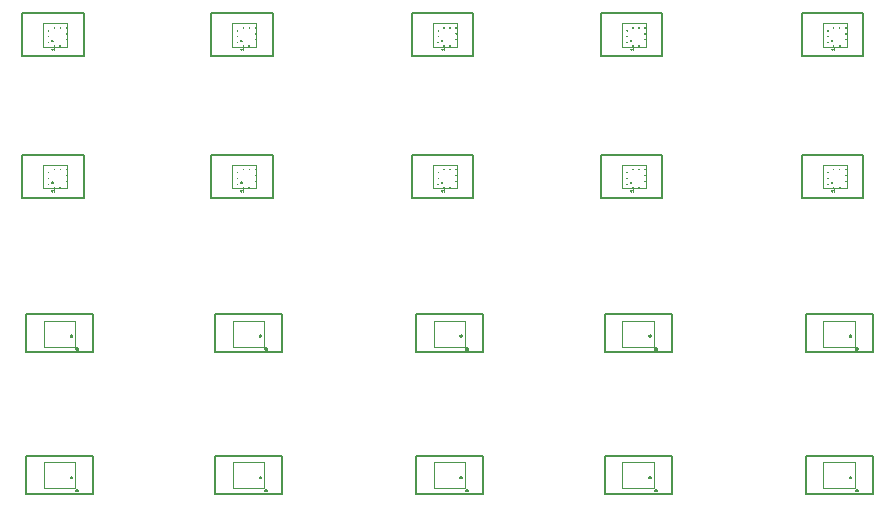
<source format=gto>
G75*
%MOIN*%
%OFA0B0*%
%FSLAX25Y25*%
%IPPOS*%
%LPD*%
%AMOC8*
5,1,8,0,0,1.08239X$1,22.5*
%
%ADD10C,0.00600*%
%ADD11C,0.00591*%
%ADD12C,0.00500*%
%ADD13C,0.00300*%
%ADD14C,0.00100*%
%ADD15C,0.00004*%
D10*
X0040761Y0040761D02*
X0040761Y0053391D01*
X0063202Y0053391D01*
X0063202Y0040761D01*
X0040761Y0040761D01*
X0057530Y0041930D02*
X0057532Y0041965D01*
X0057538Y0042001D01*
X0057548Y0042035D01*
X0057561Y0042068D01*
X0057579Y0042099D01*
X0057599Y0042128D01*
X0057623Y0042154D01*
X0057649Y0042178D01*
X0057678Y0042198D01*
X0057709Y0042216D01*
X0057742Y0042229D01*
X0057776Y0042239D01*
X0057812Y0042245D01*
X0057847Y0042247D01*
X0057882Y0042245D01*
X0057918Y0042239D01*
X0057952Y0042229D01*
X0057985Y0042216D01*
X0058016Y0042198D01*
X0058045Y0042178D01*
X0058071Y0042154D01*
X0058095Y0042128D01*
X0058115Y0042099D01*
X0058133Y0042068D01*
X0058146Y0042035D01*
X0058156Y0042001D01*
X0058162Y0041965D01*
X0058164Y0041930D01*
X0058162Y0041895D01*
X0058156Y0041859D01*
X0058146Y0041825D01*
X0058133Y0041792D01*
X0058115Y0041761D01*
X0058095Y0041732D01*
X0058071Y0041706D01*
X0058045Y0041682D01*
X0058016Y0041662D01*
X0057985Y0041644D01*
X0057952Y0041631D01*
X0057918Y0041621D01*
X0057882Y0041615D01*
X0057847Y0041613D01*
X0057812Y0041615D01*
X0057776Y0041621D01*
X0057742Y0041631D01*
X0057709Y0041644D01*
X0057678Y0041662D01*
X0057649Y0041682D01*
X0057623Y0041706D01*
X0057599Y0041732D01*
X0057579Y0041761D01*
X0057561Y0041792D01*
X0057548Y0041825D01*
X0057538Y0041859D01*
X0057532Y0041895D01*
X0057530Y0041930D01*
X0103753Y0040761D02*
X0103753Y0053391D01*
X0126194Y0053391D01*
X0126194Y0040761D01*
X0103753Y0040761D01*
X0120522Y0041930D02*
X0120524Y0041965D01*
X0120530Y0042001D01*
X0120540Y0042035D01*
X0120553Y0042068D01*
X0120571Y0042099D01*
X0120591Y0042128D01*
X0120615Y0042154D01*
X0120641Y0042178D01*
X0120670Y0042198D01*
X0120701Y0042216D01*
X0120734Y0042229D01*
X0120768Y0042239D01*
X0120804Y0042245D01*
X0120839Y0042247D01*
X0120874Y0042245D01*
X0120910Y0042239D01*
X0120944Y0042229D01*
X0120977Y0042216D01*
X0121008Y0042198D01*
X0121037Y0042178D01*
X0121063Y0042154D01*
X0121087Y0042128D01*
X0121107Y0042099D01*
X0121125Y0042068D01*
X0121138Y0042035D01*
X0121148Y0042001D01*
X0121154Y0041965D01*
X0121156Y0041930D01*
X0121154Y0041895D01*
X0121148Y0041859D01*
X0121138Y0041825D01*
X0121125Y0041792D01*
X0121107Y0041761D01*
X0121087Y0041732D01*
X0121063Y0041706D01*
X0121037Y0041682D01*
X0121008Y0041662D01*
X0120977Y0041644D01*
X0120944Y0041631D01*
X0120910Y0041621D01*
X0120874Y0041615D01*
X0120839Y0041613D01*
X0120804Y0041615D01*
X0120768Y0041621D01*
X0120734Y0041631D01*
X0120701Y0041644D01*
X0120670Y0041662D01*
X0120641Y0041682D01*
X0120615Y0041706D01*
X0120591Y0041732D01*
X0120571Y0041761D01*
X0120553Y0041792D01*
X0120540Y0041825D01*
X0120530Y0041859D01*
X0120524Y0041895D01*
X0120522Y0041930D01*
X0170682Y0040761D02*
X0170682Y0053391D01*
X0193123Y0053391D01*
X0193123Y0040761D01*
X0170682Y0040761D01*
X0187452Y0041930D02*
X0187454Y0041965D01*
X0187460Y0042001D01*
X0187470Y0042035D01*
X0187483Y0042068D01*
X0187501Y0042099D01*
X0187521Y0042128D01*
X0187545Y0042154D01*
X0187571Y0042178D01*
X0187600Y0042198D01*
X0187631Y0042216D01*
X0187664Y0042229D01*
X0187698Y0042239D01*
X0187734Y0042245D01*
X0187769Y0042247D01*
X0187804Y0042245D01*
X0187840Y0042239D01*
X0187874Y0042229D01*
X0187907Y0042216D01*
X0187938Y0042198D01*
X0187967Y0042178D01*
X0187993Y0042154D01*
X0188017Y0042128D01*
X0188037Y0042099D01*
X0188055Y0042068D01*
X0188068Y0042035D01*
X0188078Y0042001D01*
X0188084Y0041965D01*
X0188086Y0041930D01*
X0188084Y0041895D01*
X0188078Y0041859D01*
X0188068Y0041825D01*
X0188055Y0041792D01*
X0188037Y0041761D01*
X0188017Y0041732D01*
X0187993Y0041706D01*
X0187967Y0041682D01*
X0187938Y0041662D01*
X0187907Y0041644D01*
X0187874Y0041631D01*
X0187840Y0041621D01*
X0187804Y0041615D01*
X0187769Y0041613D01*
X0187734Y0041615D01*
X0187698Y0041621D01*
X0187664Y0041631D01*
X0187631Y0041644D01*
X0187600Y0041662D01*
X0187571Y0041682D01*
X0187545Y0041706D01*
X0187521Y0041732D01*
X0187501Y0041761D01*
X0187483Y0041792D01*
X0187470Y0041825D01*
X0187460Y0041859D01*
X0187454Y0041895D01*
X0187452Y0041930D01*
X0233674Y0040761D02*
X0233674Y0053391D01*
X0256115Y0053391D01*
X0256115Y0040761D01*
X0233674Y0040761D01*
X0250444Y0041930D02*
X0250446Y0041965D01*
X0250452Y0042001D01*
X0250462Y0042035D01*
X0250475Y0042068D01*
X0250493Y0042099D01*
X0250513Y0042128D01*
X0250537Y0042154D01*
X0250563Y0042178D01*
X0250592Y0042198D01*
X0250623Y0042216D01*
X0250656Y0042229D01*
X0250690Y0042239D01*
X0250726Y0042245D01*
X0250761Y0042247D01*
X0250796Y0042245D01*
X0250832Y0042239D01*
X0250866Y0042229D01*
X0250899Y0042216D01*
X0250930Y0042198D01*
X0250959Y0042178D01*
X0250985Y0042154D01*
X0251009Y0042128D01*
X0251029Y0042099D01*
X0251047Y0042068D01*
X0251060Y0042035D01*
X0251070Y0042001D01*
X0251076Y0041965D01*
X0251078Y0041930D01*
X0251076Y0041895D01*
X0251070Y0041859D01*
X0251060Y0041825D01*
X0251047Y0041792D01*
X0251029Y0041761D01*
X0251009Y0041732D01*
X0250985Y0041706D01*
X0250959Y0041682D01*
X0250930Y0041662D01*
X0250899Y0041644D01*
X0250866Y0041631D01*
X0250832Y0041621D01*
X0250796Y0041615D01*
X0250761Y0041613D01*
X0250726Y0041615D01*
X0250690Y0041621D01*
X0250656Y0041631D01*
X0250623Y0041644D01*
X0250592Y0041662D01*
X0250563Y0041682D01*
X0250537Y0041706D01*
X0250513Y0041732D01*
X0250493Y0041761D01*
X0250475Y0041792D01*
X0250462Y0041825D01*
X0250452Y0041859D01*
X0250446Y0041895D01*
X0250444Y0041930D01*
X0300603Y0040761D02*
X0300603Y0053391D01*
X0323044Y0053391D01*
X0323044Y0040761D01*
X0300603Y0040761D01*
X0317373Y0041930D02*
X0317375Y0041965D01*
X0317381Y0042001D01*
X0317391Y0042035D01*
X0317404Y0042068D01*
X0317422Y0042099D01*
X0317442Y0042128D01*
X0317466Y0042154D01*
X0317492Y0042178D01*
X0317521Y0042198D01*
X0317552Y0042216D01*
X0317585Y0042229D01*
X0317619Y0042239D01*
X0317655Y0042245D01*
X0317690Y0042247D01*
X0317725Y0042245D01*
X0317761Y0042239D01*
X0317795Y0042229D01*
X0317828Y0042216D01*
X0317859Y0042198D01*
X0317888Y0042178D01*
X0317914Y0042154D01*
X0317938Y0042128D01*
X0317958Y0042099D01*
X0317976Y0042068D01*
X0317989Y0042035D01*
X0317999Y0042001D01*
X0318005Y0041965D01*
X0318007Y0041930D01*
X0318005Y0041895D01*
X0317999Y0041859D01*
X0317989Y0041825D01*
X0317976Y0041792D01*
X0317958Y0041761D01*
X0317938Y0041732D01*
X0317914Y0041706D01*
X0317888Y0041682D01*
X0317859Y0041662D01*
X0317828Y0041644D01*
X0317795Y0041631D01*
X0317761Y0041621D01*
X0317725Y0041615D01*
X0317690Y0041613D01*
X0317655Y0041615D01*
X0317619Y0041621D01*
X0317585Y0041631D01*
X0317552Y0041644D01*
X0317521Y0041662D01*
X0317492Y0041682D01*
X0317466Y0041706D01*
X0317442Y0041732D01*
X0317422Y0041761D01*
X0317404Y0041792D01*
X0317391Y0041825D01*
X0317381Y0041859D01*
X0317375Y0041895D01*
X0317373Y0041930D01*
X0323044Y0088005D02*
X0300603Y0088005D01*
X0300603Y0100635D01*
X0323044Y0100635D01*
X0323044Y0088005D01*
X0317373Y0089174D02*
X0317375Y0089209D01*
X0317381Y0089245D01*
X0317391Y0089279D01*
X0317404Y0089312D01*
X0317422Y0089343D01*
X0317442Y0089372D01*
X0317466Y0089398D01*
X0317492Y0089422D01*
X0317521Y0089442D01*
X0317552Y0089460D01*
X0317585Y0089473D01*
X0317619Y0089483D01*
X0317655Y0089489D01*
X0317690Y0089491D01*
X0317725Y0089489D01*
X0317761Y0089483D01*
X0317795Y0089473D01*
X0317828Y0089460D01*
X0317859Y0089442D01*
X0317888Y0089422D01*
X0317914Y0089398D01*
X0317938Y0089372D01*
X0317958Y0089343D01*
X0317976Y0089312D01*
X0317989Y0089279D01*
X0317999Y0089245D01*
X0318005Y0089209D01*
X0318007Y0089174D01*
X0318005Y0089139D01*
X0317999Y0089103D01*
X0317989Y0089069D01*
X0317976Y0089036D01*
X0317958Y0089005D01*
X0317938Y0088976D01*
X0317914Y0088950D01*
X0317888Y0088926D01*
X0317859Y0088906D01*
X0317828Y0088888D01*
X0317795Y0088875D01*
X0317761Y0088865D01*
X0317725Y0088859D01*
X0317690Y0088857D01*
X0317655Y0088859D01*
X0317619Y0088865D01*
X0317585Y0088875D01*
X0317552Y0088888D01*
X0317521Y0088906D01*
X0317492Y0088926D01*
X0317466Y0088950D01*
X0317442Y0088976D01*
X0317422Y0089005D01*
X0317404Y0089036D01*
X0317391Y0089069D01*
X0317381Y0089103D01*
X0317375Y0089139D01*
X0317373Y0089174D01*
X0256115Y0088005D02*
X0233674Y0088005D01*
X0233674Y0100635D01*
X0256115Y0100635D01*
X0256115Y0088005D01*
X0250444Y0089174D02*
X0250446Y0089209D01*
X0250452Y0089245D01*
X0250462Y0089279D01*
X0250475Y0089312D01*
X0250493Y0089343D01*
X0250513Y0089372D01*
X0250537Y0089398D01*
X0250563Y0089422D01*
X0250592Y0089442D01*
X0250623Y0089460D01*
X0250656Y0089473D01*
X0250690Y0089483D01*
X0250726Y0089489D01*
X0250761Y0089491D01*
X0250796Y0089489D01*
X0250832Y0089483D01*
X0250866Y0089473D01*
X0250899Y0089460D01*
X0250930Y0089442D01*
X0250959Y0089422D01*
X0250985Y0089398D01*
X0251009Y0089372D01*
X0251029Y0089343D01*
X0251047Y0089312D01*
X0251060Y0089279D01*
X0251070Y0089245D01*
X0251076Y0089209D01*
X0251078Y0089174D01*
X0251076Y0089139D01*
X0251070Y0089103D01*
X0251060Y0089069D01*
X0251047Y0089036D01*
X0251029Y0089005D01*
X0251009Y0088976D01*
X0250985Y0088950D01*
X0250959Y0088926D01*
X0250930Y0088906D01*
X0250899Y0088888D01*
X0250866Y0088875D01*
X0250832Y0088865D01*
X0250796Y0088859D01*
X0250761Y0088857D01*
X0250726Y0088859D01*
X0250690Y0088865D01*
X0250656Y0088875D01*
X0250623Y0088888D01*
X0250592Y0088906D01*
X0250563Y0088926D01*
X0250537Y0088950D01*
X0250513Y0088976D01*
X0250493Y0089005D01*
X0250475Y0089036D01*
X0250462Y0089069D01*
X0250452Y0089103D01*
X0250446Y0089139D01*
X0250444Y0089174D01*
X0193123Y0088005D02*
X0170682Y0088005D01*
X0170682Y0100635D01*
X0193123Y0100635D01*
X0193123Y0088005D01*
X0187452Y0089174D02*
X0187454Y0089209D01*
X0187460Y0089245D01*
X0187470Y0089279D01*
X0187483Y0089312D01*
X0187501Y0089343D01*
X0187521Y0089372D01*
X0187545Y0089398D01*
X0187571Y0089422D01*
X0187600Y0089442D01*
X0187631Y0089460D01*
X0187664Y0089473D01*
X0187698Y0089483D01*
X0187734Y0089489D01*
X0187769Y0089491D01*
X0187804Y0089489D01*
X0187840Y0089483D01*
X0187874Y0089473D01*
X0187907Y0089460D01*
X0187938Y0089442D01*
X0187967Y0089422D01*
X0187993Y0089398D01*
X0188017Y0089372D01*
X0188037Y0089343D01*
X0188055Y0089312D01*
X0188068Y0089279D01*
X0188078Y0089245D01*
X0188084Y0089209D01*
X0188086Y0089174D01*
X0188084Y0089139D01*
X0188078Y0089103D01*
X0188068Y0089069D01*
X0188055Y0089036D01*
X0188037Y0089005D01*
X0188017Y0088976D01*
X0187993Y0088950D01*
X0187967Y0088926D01*
X0187938Y0088906D01*
X0187907Y0088888D01*
X0187874Y0088875D01*
X0187840Y0088865D01*
X0187804Y0088859D01*
X0187769Y0088857D01*
X0187734Y0088859D01*
X0187698Y0088865D01*
X0187664Y0088875D01*
X0187631Y0088888D01*
X0187600Y0088906D01*
X0187571Y0088926D01*
X0187545Y0088950D01*
X0187521Y0088976D01*
X0187501Y0089005D01*
X0187483Y0089036D01*
X0187470Y0089069D01*
X0187460Y0089103D01*
X0187454Y0089139D01*
X0187452Y0089174D01*
X0126194Y0088005D02*
X0103753Y0088005D01*
X0103753Y0100635D01*
X0126194Y0100635D01*
X0126194Y0088005D01*
X0120522Y0089174D02*
X0120524Y0089209D01*
X0120530Y0089245D01*
X0120540Y0089279D01*
X0120553Y0089312D01*
X0120571Y0089343D01*
X0120591Y0089372D01*
X0120615Y0089398D01*
X0120641Y0089422D01*
X0120670Y0089442D01*
X0120701Y0089460D01*
X0120734Y0089473D01*
X0120768Y0089483D01*
X0120804Y0089489D01*
X0120839Y0089491D01*
X0120874Y0089489D01*
X0120910Y0089483D01*
X0120944Y0089473D01*
X0120977Y0089460D01*
X0121008Y0089442D01*
X0121037Y0089422D01*
X0121063Y0089398D01*
X0121087Y0089372D01*
X0121107Y0089343D01*
X0121125Y0089312D01*
X0121138Y0089279D01*
X0121148Y0089245D01*
X0121154Y0089209D01*
X0121156Y0089174D01*
X0121154Y0089139D01*
X0121148Y0089103D01*
X0121138Y0089069D01*
X0121125Y0089036D01*
X0121107Y0089005D01*
X0121087Y0088976D01*
X0121063Y0088950D01*
X0121037Y0088926D01*
X0121008Y0088906D01*
X0120977Y0088888D01*
X0120944Y0088875D01*
X0120910Y0088865D01*
X0120874Y0088859D01*
X0120839Y0088857D01*
X0120804Y0088859D01*
X0120768Y0088865D01*
X0120734Y0088875D01*
X0120701Y0088888D01*
X0120670Y0088906D01*
X0120641Y0088926D01*
X0120615Y0088950D01*
X0120591Y0088976D01*
X0120571Y0089005D01*
X0120553Y0089036D01*
X0120540Y0089069D01*
X0120530Y0089103D01*
X0120524Y0089139D01*
X0120522Y0089174D01*
X0063202Y0088005D02*
X0040761Y0088005D01*
X0040761Y0100635D01*
X0063202Y0100635D01*
X0063202Y0088005D01*
X0057530Y0089174D02*
X0057532Y0089209D01*
X0057538Y0089245D01*
X0057548Y0089279D01*
X0057561Y0089312D01*
X0057579Y0089343D01*
X0057599Y0089372D01*
X0057623Y0089398D01*
X0057649Y0089422D01*
X0057678Y0089442D01*
X0057709Y0089460D01*
X0057742Y0089473D01*
X0057776Y0089483D01*
X0057812Y0089489D01*
X0057847Y0089491D01*
X0057882Y0089489D01*
X0057918Y0089483D01*
X0057952Y0089473D01*
X0057985Y0089460D01*
X0058016Y0089442D01*
X0058045Y0089422D01*
X0058071Y0089398D01*
X0058095Y0089372D01*
X0058115Y0089343D01*
X0058133Y0089312D01*
X0058146Y0089279D01*
X0058156Y0089245D01*
X0058162Y0089209D01*
X0058164Y0089174D01*
X0058162Y0089139D01*
X0058156Y0089103D01*
X0058146Y0089069D01*
X0058133Y0089036D01*
X0058115Y0089005D01*
X0058095Y0088976D01*
X0058071Y0088950D01*
X0058045Y0088926D01*
X0058016Y0088906D01*
X0057985Y0088888D01*
X0057952Y0088875D01*
X0057918Y0088865D01*
X0057882Y0088859D01*
X0057847Y0088857D01*
X0057812Y0088859D01*
X0057776Y0088865D01*
X0057742Y0088875D01*
X0057709Y0088888D01*
X0057678Y0088906D01*
X0057649Y0088926D01*
X0057623Y0088950D01*
X0057599Y0088976D01*
X0057579Y0089005D01*
X0057561Y0089036D01*
X0057548Y0089069D01*
X0057538Y0089103D01*
X0057532Y0089139D01*
X0057530Y0089174D01*
D11*
X0059961Y0139489D02*
X0039489Y0139489D01*
X0039489Y0153859D01*
X0059961Y0153859D01*
X0059961Y0139489D01*
X0102481Y0139489D02*
X0102481Y0153859D01*
X0122954Y0153859D01*
X0122954Y0139489D01*
X0102481Y0139489D01*
X0169410Y0139489D02*
X0169410Y0153859D01*
X0189883Y0153859D01*
X0189883Y0139489D01*
X0169410Y0139489D01*
X0232402Y0139489D02*
X0232402Y0153859D01*
X0252875Y0153859D01*
X0252875Y0139489D01*
X0232402Y0139489D01*
X0299331Y0139489D02*
X0299331Y0153859D01*
X0319804Y0153859D01*
X0319804Y0139489D01*
X0299331Y0139489D01*
X0299331Y0186733D02*
X0299331Y0201103D01*
X0319804Y0201103D01*
X0319804Y0186733D01*
X0299331Y0186733D01*
X0252875Y0186733D02*
X0252875Y0201103D01*
X0232402Y0201103D01*
X0232402Y0186733D01*
X0252875Y0186733D01*
X0189883Y0186733D02*
X0189883Y0201103D01*
X0169410Y0201103D01*
X0169410Y0186733D01*
X0189883Y0186733D01*
X0122954Y0186733D02*
X0122954Y0201103D01*
X0102481Y0201103D01*
X0102481Y0186733D01*
X0122954Y0186733D01*
X0059961Y0186733D02*
X0059961Y0201103D01*
X0039489Y0201103D01*
X0039489Y0186733D01*
X0059961Y0186733D01*
D12*
X0049430Y0191851D02*
X0049432Y0191870D01*
X0049437Y0191889D01*
X0049447Y0191905D01*
X0049459Y0191920D01*
X0049474Y0191932D01*
X0049490Y0191942D01*
X0049509Y0191947D01*
X0049528Y0191949D01*
X0049547Y0191947D01*
X0049566Y0191942D01*
X0049582Y0191932D01*
X0049597Y0191920D01*
X0049609Y0191905D01*
X0049619Y0191889D01*
X0049624Y0191870D01*
X0049626Y0191851D01*
X0049624Y0191832D01*
X0049619Y0191813D01*
X0049609Y0191797D01*
X0049597Y0191782D01*
X0049582Y0191770D01*
X0049566Y0191760D01*
X0049547Y0191755D01*
X0049528Y0191753D01*
X0049509Y0191755D01*
X0049490Y0191760D01*
X0049474Y0191770D01*
X0049459Y0191782D01*
X0049447Y0191797D01*
X0049437Y0191813D01*
X0049432Y0191832D01*
X0049430Y0191851D01*
X0112422Y0191851D02*
X0112424Y0191870D01*
X0112429Y0191889D01*
X0112439Y0191905D01*
X0112451Y0191920D01*
X0112466Y0191932D01*
X0112482Y0191942D01*
X0112501Y0191947D01*
X0112520Y0191949D01*
X0112539Y0191947D01*
X0112558Y0191942D01*
X0112574Y0191932D01*
X0112589Y0191920D01*
X0112601Y0191905D01*
X0112611Y0191889D01*
X0112616Y0191870D01*
X0112618Y0191851D01*
X0112616Y0191832D01*
X0112611Y0191813D01*
X0112601Y0191797D01*
X0112589Y0191782D01*
X0112574Y0191770D01*
X0112558Y0191760D01*
X0112539Y0191755D01*
X0112520Y0191753D01*
X0112501Y0191755D01*
X0112482Y0191760D01*
X0112466Y0191770D01*
X0112451Y0191782D01*
X0112439Y0191797D01*
X0112429Y0191813D01*
X0112424Y0191832D01*
X0112422Y0191851D01*
X0179352Y0191851D02*
X0179354Y0191870D01*
X0179359Y0191889D01*
X0179369Y0191905D01*
X0179381Y0191920D01*
X0179396Y0191932D01*
X0179412Y0191942D01*
X0179431Y0191947D01*
X0179450Y0191949D01*
X0179469Y0191947D01*
X0179488Y0191942D01*
X0179504Y0191932D01*
X0179519Y0191920D01*
X0179531Y0191905D01*
X0179541Y0191889D01*
X0179546Y0191870D01*
X0179548Y0191851D01*
X0179546Y0191832D01*
X0179541Y0191813D01*
X0179531Y0191797D01*
X0179519Y0191782D01*
X0179504Y0191770D01*
X0179488Y0191760D01*
X0179469Y0191755D01*
X0179450Y0191753D01*
X0179431Y0191755D01*
X0179412Y0191760D01*
X0179396Y0191770D01*
X0179381Y0191782D01*
X0179369Y0191797D01*
X0179359Y0191813D01*
X0179354Y0191832D01*
X0179352Y0191851D01*
X0242344Y0191851D02*
X0242346Y0191870D01*
X0242351Y0191889D01*
X0242361Y0191905D01*
X0242373Y0191920D01*
X0242388Y0191932D01*
X0242404Y0191942D01*
X0242423Y0191947D01*
X0242442Y0191949D01*
X0242461Y0191947D01*
X0242480Y0191942D01*
X0242496Y0191932D01*
X0242511Y0191920D01*
X0242523Y0191905D01*
X0242533Y0191889D01*
X0242538Y0191870D01*
X0242540Y0191851D01*
X0242538Y0191832D01*
X0242533Y0191813D01*
X0242523Y0191797D01*
X0242511Y0191782D01*
X0242496Y0191770D01*
X0242480Y0191760D01*
X0242461Y0191755D01*
X0242442Y0191753D01*
X0242423Y0191755D01*
X0242404Y0191760D01*
X0242388Y0191770D01*
X0242373Y0191782D01*
X0242361Y0191797D01*
X0242351Y0191813D01*
X0242346Y0191832D01*
X0242344Y0191851D01*
X0309273Y0191851D02*
X0309275Y0191870D01*
X0309280Y0191889D01*
X0309290Y0191905D01*
X0309302Y0191920D01*
X0309317Y0191932D01*
X0309333Y0191942D01*
X0309352Y0191947D01*
X0309371Y0191949D01*
X0309390Y0191947D01*
X0309409Y0191942D01*
X0309425Y0191932D01*
X0309440Y0191920D01*
X0309452Y0191905D01*
X0309462Y0191889D01*
X0309467Y0191870D01*
X0309469Y0191851D01*
X0309467Y0191832D01*
X0309462Y0191813D01*
X0309452Y0191797D01*
X0309440Y0191782D01*
X0309425Y0191770D01*
X0309409Y0191760D01*
X0309390Y0191755D01*
X0309371Y0191753D01*
X0309352Y0191755D01*
X0309333Y0191760D01*
X0309317Y0191770D01*
X0309302Y0191782D01*
X0309290Y0191797D01*
X0309280Y0191813D01*
X0309275Y0191832D01*
X0309273Y0191851D01*
X0309273Y0144607D02*
X0309275Y0144626D01*
X0309280Y0144645D01*
X0309290Y0144661D01*
X0309302Y0144676D01*
X0309317Y0144688D01*
X0309333Y0144698D01*
X0309352Y0144703D01*
X0309371Y0144705D01*
X0309390Y0144703D01*
X0309409Y0144698D01*
X0309425Y0144688D01*
X0309440Y0144676D01*
X0309452Y0144661D01*
X0309462Y0144645D01*
X0309467Y0144626D01*
X0309469Y0144607D01*
X0309467Y0144588D01*
X0309462Y0144569D01*
X0309452Y0144553D01*
X0309440Y0144538D01*
X0309425Y0144526D01*
X0309409Y0144516D01*
X0309390Y0144511D01*
X0309371Y0144509D01*
X0309352Y0144511D01*
X0309333Y0144516D01*
X0309317Y0144526D01*
X0309302Y0144538D01*
X0309290Y0144553D01*
X0309280Y0144569D01*
X0309275Y0144588D01*
X0309273Y0144607D01*
X0242344Y0144607D02*
X0242346Y0144626D01*
X0242351Y0144645D01*
X0242361Y0144661D01*
X0242373Y0144676D01*
X0242388Y0144688D01*
X0242404Y0144698D01*
X0242423Y0144703D01*
X0242442Y0144705D01*
X0242461Y0144703D01*
X0242480Y0144698D01*
X0242496Y0144688D01*
X0242511Y0144676D01*
X0242523Y0144661D01*
X0242533Y0144645D01*
X0242538Y0144626D01*
X0242540Y0144607D01*
X0242538Y0144588D01*
X0242533Y0144569D01*
X0242523Y0144553D01*
X0242511Y0144538D01*
X0242496Y0144526D01*
X0242480Y0144516D01*
X0242461Y0144511D01*
X0242442Y0144509D01*
X0242423Y0144511D01*
X0242404Y0144516D01*
X0242388Y0144526D01*
X0242373Y0144538D01*
X0242361Y0144553D01*
X0242351Y0144569D01*
X0242346Y0144588D01*
X0242344Y0144607D01*
X0179352Y0144607D02*
X0179354Y0144626D01*
X0179359Y0144645D01*
X0179369Y0144661D01*
X0179381Y0144676D01*
X0179396Y0144688D01*
X0179412Y0144698D01*
X0179431Y0144703D01*
X0179450Y0144705D01*
X0179469Y0144703D01*
X0179488Y0144698D01*
X0179504Y0144688D01*
X0179519Y0144676D01*
X0179531Y0144661D01*
X0179541Y0144645D01*
X0179546Y0144626D01*
X0179548Y0144607D01*
X0179546Y0144588D01*
X0179541Y0144569D01*
X0179531Y0144553D01*
X0179519Y0144538D01*
X0179504Y0144526D01*
X0179488Y0144516D01*
X0179469Y0144511D01*
X0179450Y0144509D01*
X0179431Y0144511D01*
X0179412Y0144516D01*
X0179396Y0144526D01*
X0179381Y0144538D01*
X0179369Y0144553D01*
X0179359Y0144569D01*
X0179354Y0144588D01*
X0179352Y0144607D01*
X0112422Y0144607D02*
X0112424Y0144626D01*
X0112429Y0144645D01*
X0112439Y0144661D01*
X0112451Y0144676D01*
X0112466Y0144688D01*
X0112482Y0144698D01*
X0112501Y0144703D01*
X0112520Y0144705D01*
X0112539Y0144703D01*
X0112558Y0144698D01*
X0112574Y0144688D01*
X0112589Y0144676D01*
X0112601Y0144661D01*
X0112611Y0144645D01*
X0112616Y0144626D01*
X0112618Y0144607D01*
X0112616Y0144588D01*
X0112611Y0144569D01*
X0112601Y0144553D01*
X0112589Y0144538D01*
X0112574Y0144526D01*
X0112558Y0144516D01*
X0112539Y0144511D01*
X0112520Y0144509D01*
X0112501Y0144511D01*
X0112482Y0144516D01*
X0112466Y0144526D01*
X0112451Y0144538D01*
X0112439Y0144553D01*
X0112429Y0144569D01*
X0112424Y0144588D01*
X0112422Y0144607D01*
X0049430Y0144607D02*
X0049432Y0144626D01*
X0049437Y0144645D01*
X0049447Y0144661D01*
X0049459Y0144676D01*
X0049474Y0144688D01*
X0049490Y0144698D01*
X0049509Y0144703D01*
X0049528Y0144705D01*
X0049547Y0144703D01*
X0049566Y0144698D01*
X0049582Y0144688D01*
X0049597Y0144676D01*
X0049609Y0144661D01*
X0049619Y0144645D01*
X0049624Y0144626D01*
X0049626Y0144607D01*
X0049624Y0144588D01*
X0049619Y0144569D01*
X0049609Y0144553D01*
X0049597Y0144538D01*
X0049582Y0144526D01*
X0049566Y0144516D01*
X0049547Y0144511D01*
X0049528Y0144509D01*
X0049509Y0144511D01*
X0049490Y0144516D01*
X0049474Y0144526D01*
X0049459Y0144538D01*
X0049447Y0144553D01*
X0049437Y0144569D01*
X0049432Y0144588D01*
X0049430Y0144607D01*
X0055608Y0093454D02*
X0055610Y0093483D01*
X0055616Y0093512D01*
X0055625Y0093540D01*
X0055639Y0093566D01*
X0055655Y0093590D01*
X0055675Y0093612D01*
X0055698Y0093631D01*
X0055722Y0093647D01*
X0055749Y0093659D01*
X0055777Y0093668D01*
X0055806Y0093673D01*
X0055835Y0093674D01*
X0055865Y0093671D01*
X0055893Y0093664D01*
X0055921Y0093654D01*
X0055946Y0093639D01*
X0055970Y0093622D01*
X0055991Y0093602D01*
X0056009Y0093579D01*
X0056024Y0093553D01*
X0056036Y0093526D01*
X0056044Y0093498D01*
X0056048Y0093469D01*
X0056048Y0093439D01*
X0056044Y0093410D01*
X0056036Y0093382D01*
X0056024Y0093355D01*
X0056009Y0093329D01*
X0055991Y0093306D01*
X0055970Y0093286D01*
X0055946Y0093269D01*
X0055921Y0093254D01*
X0055893Y0093244D01*
X0055865Y0093237D01*
X0055835Y0093234D01*
X0055806Y0093235D01*
X0055777Y0093240D01*
X0055749Y0093249D01*
X0055722Y0093261D01*
X0055698Y0093277D01*
X0055675Y0093296D01*
X0055655Y0093318D01*
X0055639Y0093342D01*
X0055625Y0093368D01*
X0055616Y0093396D01*
X0055610Y0093425D01*
X0055608Y0093454D01*
X0118600Y0093454D02*
X0118602Y0093483D01*
X0118608Y0093512D01*
X0118617Y0093540D01*
X0118631Y0093566D01*
X0118647Y0093590D01*
X0118667Y0093612D01*
X0118690Y0093631D01*
X0118714Y0093647D01*
X0118741Y0093659D01*
X0118769Y0093668D01*
X0118798Y0093673D01*
X0118827Y0093674D01*
X0118857Y0093671D01*
X0118885Y0093664D01*
X0118913Y0093654D01*
X0118938Y0093639D01*
X0118962Y0093622D01*
X0118983Y0093602D01*
X0119001Y0093579D01*
X0119016Y0093553D01*
X0119028Y0093526D01*
X0119036Y0093498D01*
X0119040Y0093469D01*
X0119040Y0093439D01*
X0119036Y0093410D01*
X0119028Y0093382D01*
X0119016Y0093355D01*
X0119001Y0093329D01*
X0118983Y0093306D01*
X0118962Y0093286D01*
X0118938Y0093269D01*
X0118913Y0093254D01*
X0118885Y0093244D01*
X0118857Y0093237D01*
X0118827Y0093234D01*
X0118798Y0093235D01*
X0118769Y0093240D01*
X0118741Y0093249D01*
X0118714Y0093261D01*
X0118690Y0093277D01*
X0118667Y0093296D01*
X0118647Y0093318D01*
X0118631Y0093342D01*
X0118617Y0093368D01*
X0118608Y0093396D01*
X0118602Y0093425D01*
X0118600Y0093454D01*
X0185529Y0093454D02*
X0185531Y0093483D01*
X0185537Y0093512D01*
X0185546Y0093540D01*
X0185560Y0093566D01*
X0185576Y0093590D01*
X0185596Y0093612D01*
X0185619Y0093631D01*
X0185643Y0093647D01*
X0185670Y0093659D01*
X0185698Y0093668D01*
X0185727Y0093673D01*
X0185756Y0093674D01*
X0185786Y0093671D01*
X0185814Y0093664D01*
X0185842Y0093654D01*
X0185867Y0093639D01*
X0185891Y0093622D01*
X0185912Y0093602D01*
X0185930Y0093579D01*
X0185945Y0093553D01*
X0185957Y0093526D01*
X0185965Y0093498D01*
X0185969Y0093469D01*
X0185969Y0093439D01*
X0185965Y0093410D01*
X0185957Y0093382D01*
X0185945Y0093355D01*
X0185930Y0093329D01*
X0185912Y0093306D01*
X0185891Y0093286D01*
X0185867Y0093269D01*
X0185842Y0093254D01*
X0185814Y0093244D01*
X0185786Y0093237D01*
X0185756Y0093234D01*
X0185727Y0093235D01*
X0185698Y0093240D01*
X0185670Y0093249D01*
X0185643Y0093261D01*
X0185619Y0093277D01*
X0185596Y0093296D01*
X0185576Y0093318D01*
X0185560Y0093342D01*
X0185546Y0093368D01*
X0185537Y0093396D01*
X0185531Y0093425D01*
X0185529Y0093454D01*
X0248521Y0093454D02*
X0248523Y0093483D01*
X0248529Y0093512D01*
X0248538Y0093540D01*
X0248552Y0093566D01*
X0248568Y0093590D01*
X0248588Y0093612D01*
X0248611Y0093631D01*
X0248635Y0093647D01*
X0248662Y0093659D01*
X0248690Y0093668D01*
X0248719Y0093673D01*
X0248748Y0093674D01*
X0248778Y0093671D01*
X0248806Y0093664D01*
X0248834Y0093654D01*
X0248859Y0093639D01*
X0248883Y0093622D01*
X0248904Y0093602D01*
X0248922Y0093579D01*
X0248937Y0093553D01*
X0248949Y0093526D01*
X0248957Y0093498D01*
X0248961Y0093469D01*
X0248961Y0093439D01*
X0248957Y0093410D01*
X0248949Y0093382D01*
X0248937Y0093355D01*
X0248922Y0093329D01*
X0248904Y0093306D01*
X0248883Y0093286D01*
X0248859Y0093269D01*
X0248834Y0093254D01*
X0248806Y0093244D01*
X0248778Y0093237D01*
X0248748Y0093234D01*
X0248719Y0093235D01*
X0248690Y0093240D01*
X0248662Y0093249D01*
X0248635Y0093261D01*
X0248611Y0093277D01*
X0248588Y0093296D01*
X0248568Y0093318D01*
X0248552Y0093342D01*
X0248538Y0093368D01*
X0248529Y0093396D01*
X0248523Y0093425D01*
X0248521Y0093454D01*
X0315450Y0093454D02*
X0315452Y0093483D01*
X0315458Y0093512D01*
X0315467Y0093540D01*
X0315481Y0093566D01*
X0315497Y0093590D01*
X0315517Y0093612D01*
X0315540Y0093631D01*
X0315564Y0093647D01*
X0315591Y0093659D01*
X0315619Y0093668D01*
X0315648Y0093673D01*
X0315677Y0093674D01*
X0315707Y0093671D01*
X0315735Y0093664D01*
X0315763Y0093654D01*
X0315788Y0093639D01*
X0315812Y0093622D01*
X0315833Y0093602D01*
X0315851Y0093579D01*
X0315866Y0093553D01*
X0315878Y0093526D01*
X0315886Y0093498D01*
X0315890Y0093469D01*
X0315890Y0093439D01*
X0315886Y0093410D01*
X0315878Y0093382D01*
X0315866Y0093355D01*
X0315851Y0093329D01*
X0315833Y0093306D01*
X0315812Y0093286D01*
X0315788Y0093269D01*
X0315763Y0093254D01*
X0315735Y0093244D01*
X0315707Y0093237D01*
X0315677Y0093234D01*
X0315648Y0093235D01*
X0315619Y0093240D01*
X0315591Y0093249D01*
X0315564Y0093261D01*
X0315540Y0093277D01*
X0315517Y0093296D01*
X0315497Y0093318D01*
X0315481Y0093342D01*
X0315467Y0093368D01*
X0315458Y0093396D01*
X0315452Y0093425D01*
X0315450Y0093454D01*
X0315450Y0046209D02*
X0315452Y0046238D01*
X0315458Y0046267D01*
X0315467Y0046295D01*
X0315481Y0046321D01*
X0315497Y0046345D01*
X0315517Y0046367D01*
X0315540Y0046386D01*
X0315564Y0046402D01*
X0315591Y0046414D01*
X0315619Y0046423D01*
X0315648Y0046428D01*
X0315677Y0046429D01*
X0315707Y0046426D01*
X0315735Y0046419D01*
X0315763Y0046409D01*
X0315788Y0046394D01*
X0315812Y0046377D01*
X0315833Y0046357D01*
X0315851Y0046334D01*
X0315866Y0046308D01*
X0315878Y0046281D01*
X0315886Y0046253D01*
X0315890Y0046224D01*
X0315890Y0046194D01*
X0315886Y0046165D01*
X0315878Y0046137D01*
X0315866Y0046110D01*
X0315851Y0046084D01*
X0315833Y0046061D01*
X0315812Y0046041D01*
X0315788Y0046024D01*
X0315763Y0046009D01*
X0315735Y0045999D01*
X0315707Y0045992D01*
X0315677Y0045989D01*
X0315648Y0045990D01*
X0315619Y0045995D01*
X0315591Y0046004D01*
X0315564Y0046016D01*
X0315540Y0046032D01*
X0315517Y0046051D01*
X0315497Y0046073D01*
X0315481Y0046097D01*
X0315467Y0046123D01*
X0315458Y0046151D01*
X0315452Y0046180D01*
X0315450Y0046209D01*
X0248521Y0046209D02*
X0248523Y0046238D01*
X0248529Y0046267D01*
X0248538Y0046295D01*
X0248552Y0046321D01*
X0248568Y0046345D01*
X0248588Y0046367D01*
X0248611Y0046386D01*
X0248635Y0046402D01*
X0248662Y0046414D01*
X0248690Y0046423D01*
X0248719Y0046428D01*
X0248748Y0046429D01*
X0248778Y0046426D01*
X0248806Y0046419D01*
X0248834Y0046409D01*
X0248859Y0046394D01*
X0248883Y0046377D01*
X0248904Y0046357D01*
X0248922Y0046334D01*
X0248937Y0046308D01*
X0248949Y0046281D01*
X0248957Y0046253D01*
X0248961Y0046224D01*
X0248961Y0046194D01*
X0248957Y0046165D01*
X0248949Y0046137D01*
X0248937Y0046110D01*
X0248922Y0046084D01*
X0248904Y0046061D01*
X0248883Y0046041D01*
X0248859Y0046024D01*
X0248834Y0046009D01*
X0248806Y0045999D01*
X0248778Y0045992D01*
X0248748Y0045989D01*
X0248719Y0045990D01*
X0248690Y0045995D01*
X0248662Y0046004D01*
X0248635Y0046016D01*
X0248611Y0046032D01*
X0248588Y0046051D01*
X0248568Y0046073D01*
X0248552Y0046097D01*
X0248538Y0046123D01*
X0248529Y0046151D01*
X0248523Y0046180D01*
X0248521Y0046209D01*
X0185529Y0046209D02*
X0185531Y0046238D01*
X0185537Y0046267D01*
X0185546Y0046295D01*
X0185560Y0046321D01*
X0185576Y0046345D01*
X0185596Y0046367D01*
X0185619Y0046386D01*
X0185643Y0046402D01*
X0185670Y0046414D01*
X0185698Y0046423D01*
X0185727Y0046428D01*
X0185756Y0046429D01*
X0185786Y0046426D01*
X0185814Y0046419D01*
X0185842Y0046409D01*
X0185867Y0046394D01*
X0185891Y0046377D01*
X0185912Y0046357D01*
X0185930Y0046334D01*
X0185945Y0046308D01*
X0185957Y0046281D01*
X0185965Y0046253D01*
X0185969Y0046224D01*
X0185969Y0046194D01*
X0185965Y0046165D01*
X0185957Y0046137D01*
X0185945Y0046110D01*
X0185930Y0046084D01*
X0185912Y0046061D01*
X0185891Y0046041D01*
X0185867Y0046024D01*
X0185842Y0046009D01*
X0185814Y0045999D01*
X0185786Y0045992D01*
X0185756Y0045989D01*
X0185727Y0045990D01*
X0185698Y0045995D01*
X0185670Y0046004D01*
X0185643Y0046016D01*
X0185619Y0046032D01*
X0185596Y0046051D01*
X0185576Y0046073D01*
X0185560Y0046097D01*
X0185546Y0046123D01*
X0185537Y0046151D01*
X0185531Y0046180D01*
X0185529Y0046209D01*
X0118600Y0046209D02*
X0118602Y0046238D01*
X0118608Y0046267D01*
X0118617Y0046295D01*
X0118631Y0046321D01*
X0118647Y0046345D01*
X0118667Y0046367D01*
X0118690Y0046386D01*
X0118714Y0046402D01*
X0118741Y0046414D01*
X0118769Y0046423D01*
X0118798Y0046428D01*
X0118827Y0046429D01*
X0118857Y0046426D01*
X0118885Y0046419D01*
X0118913Y0046409D01*
X0118938Y0046394D01*
X0118962Y0046377D01*
X0118983Y0046357D01*
X0119001Y0046334D01*
X0119016Y0046308D01*
X0119028Y0046281D01*
X0119036Y0046253D01*
X0119040Y0046224D01*
X0119040Y0046194D01*
X0119036Y0046165D01*
X0119028Y0046137D01*
X0119016Y0046110D01*
X0119001Y0046084D01*
X0118983Y0046061D01*
X0118962Y0046041D01*
X0118938Y0046024D01*
X0118913Y0046009D01*
X0118885Y0045999D01*
X0118857Y0045992D01*
X0118827Y0045989D01*
X0118798Y0045990D01*
X0118769Y0045995D01*
X0118741Y0046004D01*
X0118714Y0046016D01*
X0118690Y0046032D01*
X0118667Y0046051D01*
X0118647Y0046073D01*
X0118631Y0046097D01*
X0118617Y0046123D01*
X0118608Y0046151D01*
X0118602Y0046180D01*
X0118600Y0046209D01*
X0055608Y0046209D02*
X0055610Y0046238D01*
X0055616Y0046267D01*
X0055625Y0046295D01*
X0055639Y0046321D01*
X0055655Y0046345D01*
X0055675Y0046367D01*
X0055698Y0046386D01*
X0055722Y0046402D01*
X0055749Y0046414D01*
X0055777Y0046423D01*
X0055806Y0046428D01*
X0055835Y0046429D01*
X0055865Y0046426D01*
X0055893Y0046419D01*
X0055921Y0046409D01*
X0055946Y0046394D01*
X0055970Y0046377D01*
X0055991Y0046357D01*
X0056009Y0046334D01*
X0056024Y0046308D01*
X0056036Y0046281D01*
X0056044Y0046253D01*
X0056048Y0046224D01*
X0056048Y0046194D01*
X0056044Y0046165D01*
X0056036Y0046137D01*
X0056024Y0046110D01*
X0056009Y0046084D01*
X0055991Y0046061D01*
X0055970Y0046041D01*
X0055946Y0046024D01*
X0055921Y0046009D01*
X0055893Y0045999D01*
X0055865Y0045992D01*
X0055835Y0045989D01*
X0055806Y0045990D01*
X0055777Y0045995D01*
X0055749Y0046004D01*
X0055722Y0046016D01*
X0055698Y0046032D01*
X0055675Y0046051D01*
X0055655Y0046073D01*
X0055639Y0046097D01*
X0055625Y0046123D01*
X0055616Y0046151D01*
X0055610Y0046180D01*
X0055608Y0046209D01*
D13*
X0057206Y0042678D02*
X0046674Y0042678D01*
X0046674Y0051300D01*
X0057206Y0051300D01*
X0057206Y0042678D01*
X0109666Y0042678D02*
X0109666Y0051300D01*
X0120198Y0051300D01*
X0120198Y0042678D01*
X0109666Y0042678D01*
X0176595Y0042678D02*
X0176595Y0051300D01*
X0187127Y0051300D01*
X0187127Y0042678D01*
X0176595Y0042678D01*
X0239587Y0042678D02*
X0239587Y0051300D01*
X0250119Y0051300D01*
X0250119Y0042678D01*
X0239587Y0042678D01*
X0306517Y0042678D02*
X0306517Y0051300D01*
X0317048Y0051300D01*
X0317048Y0042678D01*
X0306517Y0042678D01*
X0306517Y0089922D02*
X0306517Y0098544D01*
X0317048Y0098544D01*
X0317048Y0089922D01*
X0306517Y0089922D01*
X0250119Y0089922D02*
X0250119Y0098544D01*
X0239587Y0098544D01*
X0239587Y0089922D01*
X0250119Y0089922D01*
X0187127Y0089922D02*
X0187127Y0098544D01*
X0176595Y0098544D01*
X0176595Y0089922D01*
X0187127Y0089922D01*
X0120198Y0089922D02*
X0120198Y0098544D01*
X0109666Y0098544D01*
X0109666Y0089922D01*
X0120198Y0089922D01*
X0057206Y0089922D02*
X0057206Y0098544D01*
X0046674Y0098544D01*
X0046674Y0089922D01*
X0057206Y0089922D01*
X0054450Y0142639D02*
X0046576Y0142639D01*
X0046576Y0150513D01*
X0054450Y0150513D01*
X0054450Y0142639D01*
X0109568Y0142639D02*
X0109568Y0150513D01*
X0117442Y0150513D01*
X0117442Y0142639D01*
X0109568Y0142639D01*
X0176497Y0142639D02*
X0176497Y0150513D01*
X0184371Y0150513D01*
X0184371Y0142639D01*
X0176497Y0142639D01*
X0239489Y0142639D02*
X0239489Y0150513D01*
X0247363Y0150513D01*
X0247363Y0142639D01*
X0239489Y0142639D01*
X0306418Y0142639D02*
X0306418Y0150513D01*
X0314292Y0150513D01*
X0314292Y0142639D01*
X0306418Y0142639D01*
X0306418Y0189883D02*
X0306418Y0197757D01*
X0314292Y0197757D01*
X0314292Y0189883D01*
X0306418Y0189883D01*
X0247363Y0189883D02*
X0239489Y0189883D01*
X0239489Y0197757D01*
X0247363Y0197757D01*
X0247363Y0189883D01*
X0184371Y0189883D02*
X0176497Y0189883D01*
X0176497Y0197757D01*
X0184371Y0197757D01*
X0184371Y0189883D01*
X0117442Y0189883D02*
X0109568Y0189883D01*
X0109568Y0197757D01*
X0117442Y0197757D01*
X0117442Y0189883D01*
X0054450Y0189883D02*
X0046576Y0189883D01*
X0046576Y0197757D01*
X0054450Y0197757D01*
X0054450Y0189883D01*
D14*
X0050186Y0189562D02*
X0050186Y0188828D01*
X0050186Y0189195D02*
X0049085Y0189195D01*
X0049452Y0188828D01*
X0112077Y0189195D02*
X0113178Y0189195D01*
X0113178Y0188828D02*
X0113178Y0189562D01*
X0112444Y0188828D02*
X0112077Y0189195D01*
X0179007Y0189195D02*
X0180107Y0189195D01*
X0180107Y0188828D02*
X0180107Y0189562D01*
X0179374Y0188828D02*
X0179007Y0189195D01*
X0241999Y0189195D02*
X0243100Y0189195D01*
X0243100Y0188828D02*
X0243100Y0189562D01*
X0242366Y0188828D02*
X0241999Y0189195D01*
X0308928Y0189195D02*
X0310029Y0189195D01*
X0310029Y0188828D02*
X0310029Y0189562D01*
X0309295Y0188828D02*
X0308928Y0189195D01*
X0310029Y0142318D02*
X0310029Y0141584D01*
X0310029Y0141951D02*
X0308928Y0141951D01*
X0309295Y0141584D01*
X0243100Y0141584D02*
X0243100Y0142318D01*
X0243100Y0141951D02*
X0241999Y0141951D01*
X0242366Y0141584D01*
X0180107Y0141584D02*
X0180107Y0142318D01*
X0180107Y0141951D02*
X0179007Y0141951D01*
X0179374Y0141584D01*
X0113178Y0141584D02*
X0113178Y0142318D01*
X0113178Y0141951D02*
X0112077Y0141951D01*
X0112444Y0141584D01*
X0050186Y0141584D02*
X0050186Y0142318D01*
X0050186Y0141951D02*
X0049085Y0141951D01*
X0049452Y0141584D01*
D15*
X0049971Y0143032D02*
X0049973Y0143045D01*
X0049978Y0143057D01*
X0049987Y0143068D01*
X0049997Y0143076D01*
X0050010Y0143080D01*
X0050023Y0143081D01*
X0050036Y0143078D01*
X0050048Y0143072D01*
X0050058Y0143063D01*
X0050065Y0143052D01*
X0050069Y0143039D01*
X0050069Y0143025D01*
X0050065Y0143012D01*
X0050058Y0143001D01*
X0050048Y0142992D01*
X0050036Y0142986D01*
X0050023Y0142983D01*
X0050010Y0142984D01*
X0049997Y0142988D01*
X0049987Y0142996D01*
X0049978Y0143007D01*
X0049973Y0143019D01*
X0049971Y0143032D01*
X0051891Y0143032D02*
X0051893Y0143051D01*
X0051898Y0143070D01*
X0051908Y0143086D01*
X0051920Y0143101D01*
X0051935Y0143113D01*
X0051951Y0143123D01*
X0051970Y0143128D01*
X0051989Y0143130D01*
X0052008Y0143128D01*
X0052027Y0143123D01*
X0052043Y0143113D01*
X0052058Y0143101D01*
X0052070Y0143086D01*
X0052080Y0143070D01*
X0052085Y0143051D01*
X0052087Y0143032D01*
X0052085Y0143013D01*
X0052080Y0142994D01*
X0052070Y0142978D01*
X0052058Y0142963D01*
X0052043Y0142951D01*
X0052027Y0142941D01*
X0052008Y0142936D01*
X0051989Y0142934D01*
X0051970Y0142936D01*
X0051951Y0142941D01*
X0051935Y0142951D01*
X0051920Y0142963D01*
X0051908Y0142978D01*
X0051898Y0142994D01*
X0051893Y0143013D01*
X0051891Y0143032D01*
X0053986Y0145099D02*
X0053988Y0145115D01*
X0053993Y0145130D01*
X0054002Y0145144D01*
X0054014Y0145155D01*
X0054028Y0145163D01*
X0054044Y0145168D01*
X0054060Y0145169D01*
X0054076Y0145166D01*
X0054091Y0145160D01*
X0054104Y0145150D01*
X0054114Y0145137D01*
X0054122Y0145123D01*
X0054126Y0145107D01*
X0054126Y0145091D01*
X0054122Y0145075D01*
X0054114Y0145061D01*
X0054104Y0145048D01*
X0054091Y0145038D01*
X0054076Y0145032D01*
X0054060Y0145029D01*
X0054044Y0145030D01*
X0054028Y0145035D01*
X0054014Y0145043D01*
X0054002Y0145054D01*
X0053993Y0145068D01*
X0053988Y0145083D01*
X0053986Y0145099D01*
X0053986Y0147068D02*
X0053988Y0147084D01*
X0053993Y0147099D01*
X0054002Y0147113D01*
X0054014Y0147124D01*
X0054028Y0147132D01*
X0054044Y0147137D01*
X0054060Y0147138D01*
X0054076Y0147135D01*
X0054091Y0147129D01*
X0054104Y0147119D01*
X0054114Y0147106D01*
X0054122Y0147092D01*
X0054126Y0147076D01*
X0054126Y0147060D01*
X0054122Y0147044D01*
X0054114Y0147030D01*
X0054104Y0147017D01*
X0054091Y0147007D01*
X0054076Y0147001D01*
X0054060Y0146998D01*
X0054044Y0146999D01*
X0054028Y0147004D01*
X0054014Y0147012D01*
X0054002Y0147023D01*
X0053993Y0147037D01*
X0053988Y0147052D01*
X0053986Y0147068D01*
X0053986Y0149036D02*
X0053988Y0149052D01*
X0053993Y0149067D01*
X0054002Y0149081D01*
X0054014Y0149092D01*
X0054028Y0149100D01*
X0054044Y0149105D01*
X0054060Y0149106D01*
X0054076Y0149103D01*
X0054091Y0149097D01*
X0054104Y0149087D01*
X0054114Y0149074D01*
X0054122Y0149060D01*
X0054126Y0149044D01*
X0054126Y0149028D01*
X0054122Y0149012D01*
X0054114Y0148998D01*
X0054104Y0148985D01*
X0054091Y0148975D01*
X0054076Y0148969D01*
X0054060Y0148966D01*
X0054044Y0148967D01*
X0054028Y0148972D01*
X0054014Y0148980D01*
X0054002Y0148991D01*
X0053993Y0149005D01*
X0053988Y0149020D01*
X0053986Y0149036D01*
X0051940Y0149036D02*
X0051942Y0149049D01*
X0051947Y0149061D01*
X0051956Y0149072D01*
X0051966Y0149080D01*
X0051979Y0149084D01*
X0051992Y0149085D01*
X0052005Y0149082D01*
X0052017Y0149076D01*
X0052027Y0149067D01*
X0052034Y0149056D01*
X0052038Y0149043D01*
X0052038Y0149029D01*
X0052034Y0149016D01*
X0052027Y0149005D01*
X0052017Y0148996D01*
X0052005Y0148990D01*
X0051992Y0148987D01*
X0051979Y0148988D01*
X0051966Y0148992D01*
X0051956Y0149000D01*
X0051947Y0149011D01*
X0051942Y0149023D01*
X0051940Y0149036D01*
X0049971Y0149036D02*
X0049973Y0149049D01*
X0049978Y0149061D01*
X0049987Y0149072D01*
X0049997Y0149080D01*
X0050010Y0149084D01*
X0050023Y0149085D01*
X0050036Y0149082D01*
X0050048Y0149076D01*
X0050058Y0149067D01*
X0050065Y0149056D01*
X0050069Y0149043D01*
X0050069Y0149029D01*
X0050065Y0149016D01*
X0050058Y0149005D01*
X0050048Y0148996D01*
X0050036Y0148990D01*
X0050023Y0148987D01*
X0050010Y0148988D01*
X0049997Y0148992D01*
X0049987Y0149000D01*
X0049978Y0149011D01*
X0049973Y0149023D01*
X0049971Y0149036D01*
X0048003Y0148052D02*
X0048005Y0148065D01*
X0048010Y0148077D01*
X0048019Y0148088D01*
X0048029Y0148096D01*
X0048042Y0148100D01*
X0048055Y0148101D01*
X0048068Y0148098D01*
X0048080Y0148092D01*
X0048090Y0148083D01*
X0048097Y0148072D01*
X0048101Y0148059D01*
X0048101Y0148045D01*
X0048097Y0148032D01*
X0048090Y0148021D01*
X0048080Y0148012D01*
X0048068Y0148006D01*
X0048055Y0148003D01*
X0048042Y0148004D01*
X0048029Y0148008D01*
X0048019Y0148016D01*
X0048010Y0148027D01*
X0048005Y0148039D01*
X0048003Y0148052D01*
X0048003Y0146083D02*
X0048005Y0146096D01*
X0048010Y0146108D01*
X0048019Y0146119D01*
X0048029Y0146127D01*
X0048042Y0146131D01*
X0048055Y0146132D01*
X0048068Y0146129D01*
X0048080Y0146123D01*
X0048090Y0146114D01*
X0048097Y0146103D01*
X0048101Y0146090D01*
X0048101Y0146076D01*
X0048097Y0146063D01*
X0048090Y0146052D01*
X0048080Y0146043D01*
X0048068Y0146037D01*
X0048055Y0146034D01*
X0048042Y0146035D01*
X0048029Y0146039D01*
X0048019Y0146047D01*
X0048010Y0146058D01*
X0048005Y0146070D01*
X0048003Y0146083D01*
X0047982Y0144115D02*
X0047984Y0144131D01*
X0047989Y0144146D01*
X0047998Y0144160D01*
X0048010Y0144171D01*
X0048024Y0144179D01*
X0048040Y0144184D01*
X0048056Y0144185D01*
X0048072Y0144182D01*
X0048087Y0144176D01*
X0048100Y0144166D01*
X0048110Y0144153D01*
X0048118Y0144139D01*
X0048122Y0144123D01*
X0048122Y0144107D01*
X0048118Y0144091D01*
X0048110Y0144077D01*
X0048100Y0144064D01*
X0048087Y0144054D01*
X0048072Y0144048D01*
X0048056Y0144045D01*
X0048040Y0144046D01*
X0048024Y0144051D01*
X0048010Y0144059D01*
X0047998Y0144070D01*
X0047989Y0144084D01*
X0047984Y0144099D01*
X0047982Y0144115D01*
X0110974Y0144115D02*
X0110976Y0144131D01*
X0110981Y0144146D01*
X0110990Y0144160D01*
X0111002Y0144171D01*
X0111016Y0144179D01*
X0111032Y0144184D01*
X0111048Y0144185D01*
X0111064Y0144182D01*
X0111079Y0144176D01*
X0111092Y0144166D01*
X0111102Y0144153D01*
X0111110Y0144139D01*
X0111114Y0144123D01*
X0111114Y0144107D01*
X0111110Y0144091D01*
X0111102Y0144077D01*
X0111092Y0144064D01*
X0111079Y0144054D01*
X0111064Y0144048D01*
X0111048Y0144045D01*
X0111032Y0144046D01*
X0111016Y0144051D01*
X0111002Y0144059D01*
X0110990Y0144070D01*
X0110981Y0144084D01*
X0110976Y0144099D01*
X0110974Y0144115D01*
X0110995Y0146083D02*
X0110997Y0146096D01*
X0111002Y0146108D01*
X0111011Y0146119D01*
X0111021Y0146127D01*
X0111034Y0146131D01*
X0111047Y0146132D01*
X0111060Y0146129D01*
X0111072Y0146123D01*
X0111082Y0146114D01*
X0111089Y0146103D01*
X0111093Y0146090D01*
X0111093Y0146076D01*
X0111089Y0146063D01*
X0111082Y0146052D01*
X0111072Y0146043D01*
X0111060Y0146037D01*
X0111047Y0146034D01*
X0111034Y0146035D01*
X0111021Y0146039D01*
X0111011Y0146047D01*
X0111002Y0146058D01*
X0110997Y0146070D01*
X0110995Y0146083D01*
X0110995Y0148052D02*
X0110997Y0148065D01*
X0111002Y0148077D01*
X0111011Y0148088D01*
X0111021Y0148096D01*
X0111034Y0148100D01*
X0111047Y0148101D01*
X0111060Y0148098D01*
X0111072Y0148092D01*
X0111082Y0148083D01*
X0111089Y0148072D01*
X0111093Y0148059D01*
X0111093Y0148045D01*
X0111089Y0148032D01*
X0111082Y0148021D01*
X0111072Y0148012D01*
X0111060Y0148006D01*
X0111047Y0148003D01*
X0111034Y0148004D01*
X0111021Y0148008D01*
X0111011Y0148016D01*
X0111002Y0148027D01*
X0110997Y0148039D01*
X0110995Y0148052D01*
X0112964Y0149036D02*
X0112966Y0149049D01*
X0112971Y0149061D01*
X0112980Y0149072D01*
X0112990Y0149080D01*
X0113003Y0149084D01*
X0113016Y0149085D01*
X0113029Y0149082D01*
X0113041Y0149076D01*
X0113051Y0149067D01*
X0113058Y0149056D01*
X0113062Y0149043D01*
X0113062Y0149029D01*
X0113058Y0149016D01*
X0113051Y0149005D01*
X0113041Y0148996D01*
X0113029Y0148990D01*
X0113016Y0148987D01*
X0113003Y0148988D01*
X0112990Y0148992D01*
X0112980Y0149000D01*
X0112971Y0149011D01*
X0112966Y0149023D01*
X0112964Y0149036D01*
X0114932Y0149036D02*
X0114934Y0149049D01*
X0114939Y0149061D01*
X0114948Y0149072D01*
X0114958Y0149080D01*
X0114971Y0149084D01*
X0114984Y0149085D01*
X0114997Y0149082D01*
X0115009Y0149076D01*
X0115019Y0149067D01*
X0115026Y0149056D01*
X0115030Y0149043D01*
X0115030Y0149029D01*
X0115026Y0149016D01*
X0115019Y0149005D01*
X0115009Y0148996D01*
X0114997Y0148990D01*
X0114984Y0148987D01*
X0114971Y0148988D01*
X0114958Y0148992D01*
X0114948Y0149000D01*
X0114939Y0149011D01*
X0114934Y0149023D01*
X0114932Y0149036D01*
X0116978Y0149036D02*
X0116980Y0149052D01*
X0116985Y0149067D01*
X0116994Y0149081D01*
X0117006Y0149092D01*
X0117020Y0149100D01*
X0117036Y0149105D01*
X0117052Y0149106D01*
X0117068Y0149103D01*
X0117083Y0149097D01*
X0117096Y0149087D01*
X0117106Y0149074D01*
X0117114Y0149060D01*
X0117118Y0149044D01*
X0117118Y0149028D01*
X0117114Y0149012D01*
X0117106Y0148998D01*
X0117096Y0148985D01*
X0117083Y0148975D01*
X0117068Y0148969D01*
X0117052Y0148966D01*
X0117036Y0148967D01*
X0117020Y0148972D01*
X0117006Y0148980D01*
X0116994Y0148991D01*
X0116985Y0149005D01*
X0116980Y0149020D01*
X0116978Y0149036D01*
X0116978Y0147068D02*
X0116980Y0147084D01*
X0116985Y0147099D01*
X0116994Y0147113D01*
X0117006Y0147124D01*
X0117020Y0147132D01*
X0117036Y0147137D01*
X0117052Y0147138D01*
X0117068Y0147135D01*
X0117083Y0147129D01*
X0117096Y0147119D01*
X0117106Y0147106D01*
X0117114Y0147092D01*
X0117118Y0147076D01*
X0117118Y0147060D01*
X0117114Y0147044D01*
X0117106Y0147030D01*
X0117096Y0147017D01*
X0117083Y0147007D01*
X0117068Y0147001D01*
X0117052Y0146998D01*
X0117036Y0146999D01*
X0117020Y0147004D01*
X0117006Y0147012D01*
X0116994Y0147023D01*
X0116985Y0147037D01*
X0116980Y0147052D01*
X0116978Y0147068D01*
X0116978Y0145099D02*
X0116980Y0145115D01*
X0116985Y0145130D01*
X0116994Y0145144D01*
X0117006Y0145155D01*
X0117020Y0145163D01*
X0117036Y0145168D01*
X0117052Y0145169D01*
X0117068Y0145166D01*
X0117083Y0145160D01*
X0117096Y0145150D01*
X0117106Y0145137D01*
X0117114Y0145123D01*
X0117118Y0145107D01*
X0117118Y0145091D01*
X0117114Y0145075D01*
X0117106Y0145061D01*
X0117096Y0145048D01*
X0117083Y0145038D01*
X0117068Y0145032D01*
X0117052Y0145029D01*
X0117036Y0145030D01*
X0117020Y0145035D01*
X0117006Y0145043D01*
X0116994Y0145054D01*
X0116985Y0145068D01*
X0116980Y0145083D01*
X0116978Y0145099D01*
X0114883Y0143032D02*
X0114885Y0143051D01*
X0114890Y0143070D01*
X0114900Y0143086D01*
X0114912Y0143101D01*
X0114927Y0143113D01*
X0114943Y0143123D01*
X0114962Y0143128D01*
X0114981Y0143130D01*
X0115000Y0143128D01*
X0115019Y0143123D01*
X0115035Y0143113D01*
X0115050Y0143101D01*
X0115062Y0143086D01*
X0115072Y0143070D01*
X0115077Y0143051D01*
X0115079Y0143032D01*
X0115077Y0143013D01*
X0115072Y0142994D01*
X0115062Y0142978D01*
X0115050Y0142963D01*
X0115035Y0142951D01*
X0115019Y0142941D01*
X0115000Y0142936D01*
X0114981Y0142934D01*
X0114962Y0142936D01*
X0114943Y0142941D01*
X0114927Y0142951D01*
X0114912Y0142963D01*
X0114900Y0142978D01*
X0114890Y0142994D01*
X0114885Y0143013D01*
X0114883Y0143032D01*
X0112964Y0143032D02*
X0112966Y0143045D01*
X0112971Y0143057D01*
X0112980Y0143068D01*
X0112990Y0143076D01*
X0113003Y0143080D01*
X0113016Y0143081D01*
X0113029Y0143078D01*
X0113041Y0143072D01*
X0113051Y0143063D01*
X0113058Y0143052D01*
X0113062Y0143039D01*
X0113062Y0143025D01*
X0113058Y0143012D01*
X0113051Y0143001D01*
X0113041Y0142992D01*
X0113029Y0142986D01*
X0113016Y0142983D01*
X0113003Y0142984D01*
X0112990Y0142988D01*
X0112980Y0142996D01*
X0112971Y0143007D01*
X0112966Y0143019D01*
X0112964Y0143032D01*
X0177903Y0144115D02*
X0177905Y0144131D01*
X0177910Y0144146D01*
X0177919Y0144160D01*
X0177931Y0144171D01*
X0177945Y0144179D01*
X0177961Y0144184D01*
X0177977Y0144185D01*
X0177993Y0144182D01*
X0178008Y0144176D01*
X0178021Y0144166D01*
X0178031Y0144153D01*
X0178039Y0144139D01*
X0178043Y0144123D01*
X0178043Y0144107D01*
X0178039Y0144091D01*
X0178031Y0144077D01*
X0178021Y0144064D01*
X0178008Y0144054D01*
X0177993Y0144048D01*
X0177977Y0144045D01*
X0177961Y0144046D01*
X0177945Y0144051D01*
X0177931Y0144059D01*
X0177919Y0144070D01*
X0177910Y0144084D01*
X0177905Y0144099D01*
X0177903Y0144115D01*
X0177924Y0146083D02*
X0177926Y0146096D01*
X0177931Y0146108D01*
X0177940Y0146119D01*
X0177950Y0146127D01*
X0177963Y0146131D01*
X0177976Y0146132D01*
X0177989Y0146129D01*
X0178001Y0146123D01*
X0178011Y0146114D01*
X0178018Y0146103D01*
X0178022Y0146090D01*
X0178022Y0146076D01*
X0178018Y0146063D01*
X0178011Y0146052D01*
X0178001Y0146043D01*
X0177989Y0146037D01*
X0177976Y0146034D01*
X0177963Y0146035D01*
X0177950Y0146039D01*
X0177940Y0146047D01*
X0177931Y0146058D01*
X0177926Y0146070D01*
X0177924Y0146083D01*
X0177924Y0148052D02*
X0177926Y0148065D01*
X0177931Y0148077D01*
X0177940Y0148088D01*
X0177950Y0148096D01*
X0177963Y0148100D01*
X0177976Y0148101D01*
X0177989Y0148098D01*
X0178001Y0148092D01*
X0178011Y0148083D01*
X0178018Y0148072D01*
X0178022Y0148059D01*
X0178022Y0148045D01*
X0178018Y0148032D01*
X0178011Y0148021D01*
X0178001Y0148012D01*
X0177989Y0148006D01*
X0177976Y0148003D01*
X0177963Y0148004D01*
X0177950Y0148008D01*
X0177940Y0148016D01*
X0177931Y0148027D01*
X0177926Y0148039D01*
X0177924Y0148052D01*
X0179893Y0149036D02*
X0179895Y0149049D01*
X0179900Y0149061D01*
X0179909Y0149072D01*
X0179919Y0149080D01*
X0179932Y0149084D01*
X0179945Y0149085D01*
X0179958Y0149082D01*
X0179970Y0149076D01*
X0179980Y0149067D01*
X0179987Y0149056D01*
X0179991Y0149043D01*
X0179991Y0149029D01*
X0179987Y0149016D01*
X0179980Y0149005D01*
X0179970Y0148996D01*
X0179958Y0148990D01*
X0179945Y0148987D01*
X0179932Y0148988D01*
X0179919Y0148992D01*
X0179909Y0149000D01*
X0179900Y0149011D01*
X0179895Y0149023D01*
X0179893Y0149036D01*
X0181861Y0149036D02*
X0181863Y0149049D01*
X0181868Y0149061D01*
X0181877Y0149072D01*
X0181887Y0149080D01*
X0181900Y0149084D01*
X0181913Y0149085D01*
X0181926Y0149082D01*
X0181938Y0149076D01*
X0181948Y0149067D01*
X0181955Y0149056D01*
X0181959Y0149043D01*
X0181959Y0149029D01*
X0181955Y0149016D01*
X0181948Y0149005D01*
X0181938Y0148996D01*
X0181926Y0148990D01*
X0181913Y0148987D01*
X0181900Y0148988D01*
X0181887Y0148992D01*
X0181877Y0149000D01*
X0181868Y0149011D01*
X0181863Y0149023D01*
X0181861Y0149036D01*
X0183907Y0149036D02*
X0183909Y0149052D01*
X0183914Y0149067D01*
X0183923Y0149081D01*
X0183935Y0149092D01*
X0183949Y0149100D01*
X0183965Y0149105D01*
X0183981Y0149106D01*
X0183997Y0149103D01*
X0184012Y0149097D01*
X0184025Y0149087D01*
X0184035Y0149074D01*
X0184043Y0149060D01*
X0184047Y0149044D01*
X0184047Y0149028D01*
X0184043Y0149012D01*
X0184035Y0148998D01*
X0184025Y0148985D01*
X0184012Y0148975D01*
X0183997Y0148969D01*
X0183981Y0148966D01*
X0183965Y0148967D01*
X0183949Y0148972D01*
X0183935Y0148980D01*
X0183923Y0148991D01*
X0183914Y0149005D01*
X0183909Y0149020D01*
X0183907Y0149036D01*
X0183907Y0147068D02*
X0183909Y0147084D01*
X0183914Y0147099D01*
X0183923Y0147113D01*
X0183935Y0147124D01*
X0183949Y0147132D01*
X0183965Y0147137D01*
X0183981Y0147138D01*
X0183997Y0147135D01*
X0184012Y0147129D01*
X0184025Y0147119D01*
X0184035Y0147106D01*
X0184043Y0147092D01*
X0184047Y0147076D01*
X0184047Y0147060D01*
X0184043Y0147044D01*
X0184035Y0147030D01*
X0184025Y0147017D01*
X0184012Y0147007D01*
X0183997Y0147001D01*
X0183981Y0146998D01*
X0183965Y0146999D01*
X0183949Y0147004D01*
X0183935Y0147012D01*
X0183923Y0147023D01*
X0183914Y0147037D01*
X0183909Y0147052D01*
X0183907Y0147068D01*
X0183907Y0145099D02*
X0183909Y0145115D01*
X0183914Y0145130D01*
X0183923Y0145144D01*
X0183935Y0145155D01*
X0183949Y0145163D01*
X0183965Y0145168D01*
X0183981Y0145169D01*
X0183997Y0145166D01*
X0184012Y0145160D01*
X0184025Y0145150D01*
X0184035Y0145137D01*
X0184043Y0145123D01*
X0184047Y0145107D01*
X0184047Y0145091D01*
X0184043Y0145075D01*
X0184035Y0145061D01*
X0184025Y0145048D01*
X0184012Y0145038D01*
X0183997Y0145032D01*
X0183981Y0145029D01*
X0183965Y0145030D01*
X0183949Y0145035D01*
X0183935Y0145043D01*
X0183923Y0145054D01*
X0183914Y0145068D01*
X0183909Y0145083D01*
X0183907Y0145099D01*
X0181812Y0143032D02*
X0181814Y0143051D01*
X0181819Y0143070D01*
X0181829Y0143086D01*
X0181841Y0143101D01*
X0181856Y0143113D01*
X0181872Y0143123D01*
X0181891Y0143128D01*
X0181910Y0143130D01*
X0181929Y0143128D01*
X0181948Y0143123D01*
X0181964Y0143113D01*
X0181979Y0143101D01*
X0181991Y0143086D01*
X0182001Y0143070D01*
X0182006Y0143051D01*
X0182008Y0143032D01*
X0182006Y0143013D01*
X0182001Y0142994D01*
X0181991Y0142978D01*
X0181979Y0142963D01*
X0181964Y0142951D01*
X0181948Y0142941D01*
X0181929Y0142936D01*
X0181910Y0142934D01*
X0181891Y0142936D01*
X0181872Y0142941D01*
X0181856Y0142951D01*
X0181841Y0142963D01*
X0181829Y0142978D01*
X0181819Y0142994D01*
X0181814Y0143013D01*
X0181812Y0143032D01*
X0179893Y0143032D02*
X0179895Y0143045D01*
X0179900Y0143057D01*
X0179909Y0143068D01*
X0179919Y0143076D01*
X0179932Y0143080D01*
X0179945Y0143081D01*
X0179958Y0143078D01*
X0179970Y0143072D01*
X0179980Y0143063D01*
X0179987Y0143052D01*
X0179991Y0143039D01*
X0179991Y0143025D01*
X0179987Y0143012D01*
X0179980Y0143001D01*
X0179970Y0142992D01*
X0179958Y0142986D01*
X0179945Y0142983D01*
X0179932Y0142984D01*
X0179919Y0142988D01*
X0179909Y0142996D01*
X0179900Y0143007D01*
X0179895Y0143019D01*
X0179893Y0143032D01*
X0240895Y0144115D02*
X0240897Y0144131D01*
X0240902Y0144146D01*
X0240911Y0144160D01*
X0240923Y0144171D01*
X0240937Y0144179D01*
X0240953Y0144184D01*
X0240969Y0144185D01*
X0240985Y0144182D01*
X0241000Y0144176D01*
X0241013Y0144166D01*
X0241023Y0144153D01*
X0241031Y0144139D01*
X0241035Y0144123D01*
X0241035Y0144107D01*
X0241031Y0144091D01*
X0241023Y0144077D01*
X0241013Y0144064D01*
X0241000Y0144054D01*
X0240985Y0144048D01*
X0240969Y0144045D01*
X0240953Y0144046D01*
X0240937Y0144051D01*
X0240923Y0144059D01*
X0240911Y0144070D01*
X0240902Y0144084D01*
X0240897Y0144099D01*
X0240895Y0144115D01*
X0240916Y0146083D02*
X0240918Y0146096D01*
X0240923Y0146108D01*
X0240932Y0146119D01*
X0240942Y0146127D01*
X0240955Y0146131D01*
X0240968Y0146132D01*
X0240981Y0146129D01*
X0240993Y0146123D01*
X0241003Y0146114D01*
X0241010Y0146103D01*
X0241014Y0146090D01*
X0241014Y0146076D01*
X0241010Y0146063D01*
X0241003Y0146052D01*
X0240993Y0146043D01*
X0240981Y0146037D01*
X0240968Y0146034D01*
X0240955Y0146035D01*
X0240942Y0146039D01*
X0240932Y0146047D01*
X0240923Y0146058D01*
X0240918Y0146070D01*
X0240916Y0146083D01*
X0240916Y0148052D02*
X0240918Y0148065D01*
X0240923Y0148077D01*
X0240932Y0148088D01*
X0240942Y0148096D01*
X0240955Y0148100D01*
X0240968Y0148101D01*
X0240981Y0148098D01*
X0240993Y0148092D01*
X0241003Y0148083D01*
X0241010Y0148072D01*
X0241014Y0148059D01*
X0241014Y0148045D01*
X0241010Y0148032D01*
X0241003Y0148021D01*
X0240993Y0148012D01*
X0240981Y0148006D01*
X0240968Y0148003D01*
X0240955Y0148004D01*
X0240942Y0148008D01*
X0240932Y0148016D01*
X0240923Y0148027D01*
X0240918Y0148039D01*
X0240916Y0148052D01*
X0242885Y0149036D02*
X0242887Y0149049D01*
X0242892Y0149061D01*
X0242901Y0149072D01*
X0242911Y0149080D01*
X0242924Y0149084D01*
X0242937Y0149085D01*
X0242950Y0149082D01*
X0242962Y0149076D01*
X0242972Y0149067D01*
X0242979Y0149056D01*
X0242983Y0149043D01*
X0242983Y0149029D01*
X0242979Y0149016D01*
X0242972Y0149005D01*
X0242962Y0148996D01*
X0242950Y0148990D01*
X0242937Y0148987D01*
X0242924Y0148988D01*
X0242911Y0148992D01*
X0242901Y0149000D01*
X0242892Y0149011D01*
X0242887Y0149023D01*
X0242885Y0149036D01*
X0244853Y0149036D02*
X0244855Y0149049D01*
X0244860Y0149061D01*
X0244869Y0149072D01*
X0244879Y0149080D01*
X0244892Y0149084D01*
X0244905Y0149085D01*
X0244918Y0149082D01*
X0244930Y0149076D01*
X0244940Y0149067D01*
X0244947Y0149056D01*
X0244951Y0149043D01*
X0244951Y0149029D01*
X0244947Y0149016D01*
X0244940Y0149005D01*
X0244930Y0148996D01*
X0244918Y0148990D01*
X0244905Y0148987D01*
X0244892Y0148988D01*
X0244879Y0148992D01*
X0244869Y0149000D01*
X0244860Y0149011D01*
X0244855Y0149023D01*
X0244853Y0149036D01*
X0246899Y0149036D02*
X0246901Y0149052D01*
X0246906Y0149067D01*
X0246915Y0149081D01*
X0246927Y0149092D01*
X0246941Y0149100D01*
X0246957Y0149105D01*
X0246973Y0149106D01*
X0246989Y0149103D01*
X0247004Y0149097D01*
X0247017Y0149087D01*
X0247027Y0149074D01*
X0247035Y0149060D01*
X0247039Y0149044D01*
X0247039Y0149028D01*
X0247035Y0149012D01*
X0247027Y0148998D01*
X0247017Y0148985D01*
X0247004Y0148975D01*
X0246989Y0148969D01*
X0246973Y0148966D01*
X0246957Y0148967D01*
X0246941Y0148972D01*
X0246927Y0148980D01*
X0246915Y0148991D01*
X0246906Y0149005D01*
X0246901Y0149020D01*
X0246899Y0149036D01*
X0246899Y0147068D02*
X0246901Y0147084D01*
X0246906Y0147099D01*
X0246915Y0147113D01*
X0246927Y0147124D01*
X0246941Y0147132D01*
X0246957Y0147137D01*
X0246973Y0147138D01*
X0246989Y0147135D01*
X0247004Y0147129D01*
X0247017Y0147119D01*
X0247027Y0147106D01*
X0247035Y0147092D01*
X0247039Y0147076D01*
X0247039Y0147060D01*
X0247035Y0147044D01*
X0247027Y0147030D01*
X0247017Y0147017D01*
X0247004Y0147007D01*
X0246989Y0147001D01*
X0246973Y0146998D01*
X0246957Y0146999D01*
X0246941Y0147004D01*
X0246927Y0147012D01*
X0246915Y0147023D01*
X0246906Y0147037D01*
X0246901Y0147052D01*
X0246899Y0147068D01*
X0246899Y0145099D02*
X0246901Y0145115D01*
X0246906Y0145130D01*
X0246915Y0145144D01*
X0246927Y0145155D01*
X0246941Y0145163D01*
X0246957Y0145168D01*
X0246973Y0145169D01*
X0246989Y0145166D01*
X0247004Y0145160D01*
X0247017Y0145150D01*
X0247027Y0145137D01*
X0247035Y0145123D01*
X0247039Y0145107D01*
X0247039Y0145091D01*
X0247035Y0145075D01*
X0247027Y0145061D01*
X0247017Y0145048D01*
X0247004Y0145038D01*
X0246989Y0145032D01*
X0246973Y0145029D01*
X0246957Y0145030D01*
X0246941Y0145035D01*
X0246927Y0145043D01*
X0246915Y0145054D01*
X0246906Y0145068D01*
X0246901Y0145083D01*
X0246899Y0145099D01*
X0244804Y0143032D02*
X0244806Y0143051D01*
X0244811Y0143070D01*
X0244821Y0143086D01*
X0244833Y0143101D01*
X0244848Y0143113D01*
X0244864Y0143123D01*
X0244883Y0143128D01*
X0244902Y0143130D01*
X0244921Y0143128D01*
X0244940Y0143123D01*
X0244956Y0143113D01*
X0244971Y0143101D01*
X0244983Y0143086D01*
X0244993Y0143070D01*
X0244998Y0143051D01*
X0245000Y0143032D01*
X0244998Y0143013D01*
X0244993Y0142994D01*
X0244983Y0142978D01*
X0244971Y0142963D01*
X0244956Y0142951D01*
X0244940Y0142941D01*
X0244921Y0142936D01*
X0244902Y0142934D01*
X0244883Y0142936D01*
X0244864Y0142941D01*
X0244848Y0142951D01*
X0244833Y0142963D01*
X0244821Y0142978D01*
X0244811Y0142994D01*
X0244806Y0143013D01*
X0244804Y0143032D01*
X0242885Y0143032D02*
X0242887Y0143045D01*
X0242892Y0143057D01*
X0242901Y0143068D01*
X0242911Y0143076D01*
X0242924Y0143080D01*
X0242937Y0143081D01*
X0242950Y0143078D01*
X0242962Y0143072D01*
X0242972Y0143063D01*
X0242979Y0143052D01*
X0242983Y0143039D01*
X0242983Y0143025D01*
X0242979Y0143012D01*
X0242972Y0143001D01*
X0242962Y0142992D01*
X0242950Y0142986D01*
X0242937Y0142983D01*
X0242924Y0142984D01*
X0242911Y0142988D01*
X0242901Y0142996D01*
X0242892Y0143007D01*
X0242887Y0143019D01*
X0242885Y0143032D01*
X0307824Y0144115D02*
X0307826Y0144131D01*
X0307831Y0144146D01*
X0307840Y0144160D01*
X0307852Y0144171D01*
X0307866Y0144179D01*
X0307882Y0144184D01*
X0307898Y0144185D01*
X0307914Y0144182D01*
X0307929Y0144176D01*
X0307942Y0144166D01*
X0307952Y0144153D01*
X0307960Y0144139D01*
X0307964Y0144123D01*
X0307964Y0144107D01*
X0307960Y0144091D01*
X0307952Y0144077D01*
X0307942Y0144064D01*
X0307929Y0144054D01*
X0307914Y0144048D01*
X0307898Y0144045D01*
X0307882Y0144046D01*
X0307866Y0144051D01*
X0307852Y0144059D01*
X0307840Y0144070D01*
X0307831Y0144084D01*
X0307826Y0144099D01*
X0307824Y0144115D01*
X0307845Y0146083D02*
X0307847Y0146096D01*
X0307852Y0146108D01*
X0307861Y0146119D01*
X0307871Y0146127D01*
X0307884Y0146131D01*
X0307897Y0146132D01*
X0307910Y0146129D01*
X0307922Y0146123D01*
X0307932Y0146114D01*
X0307939Y0146103D01*
X0307943Y0146090D01*
X0307943Y0146076D01*
X0307939Y0146063D01*
X0307932Y0146052D01*
X0307922Y0146043D01*
X0307910Y0146037D01*
X0307897Y0146034D01*
X0307884Y0146035D01*
X0307871Y0146039D01*
X0307861Y0146047D01*
X0307852Y0146058D01*
X0307847Y0146070D01*
X0307845Y0146083D01*
X0307845Y0148052D02*
X0307847Y0148065D01*
X0307852Y0148077D01*
X0307861Y0148088D01*
X0307871Y0148096D01*
X0307884Y0148100D01*
X0307897Y0148101D01*
X0307910Y0148098D01*
X0307922Y0148092D01*
X0307932Y0148083D01*
X0307939Y0148072D01*
X0307943Y0148059D01*
X0307943Y0148045D01*
X0307939Y0148032D01*
X0307932Y0148021D01*
X0307922Y0148012D01*
X0307910Y0148006D01*
X0307897Y0148003D01*
X0307884Y0148004D01*
X0307871Y0148008D01*
X0307861Y0148016D01*
X0307852Y0148027D01*
X0307847Y0148039D01*
X0307845Y0148052D01*
X0309814Y0149036D02*
X0309816Y0149049D01*
X0309821Y0149061D01*
X0309830Y0149072D01*
X0309840Y0149080D01*
X0309853Y0149084D01*
X0309866Y0149085D01*
X0309879Y0149082D01*
X0309891Y0149076D01*
X0309901Y0149067D01*
X0309908Y0149056D01*
X0309912Y0149043D01*
X0309912Y0149029D01*
X0309908Y0149016D01*
X0309901Y0149005D01*
X0309891Y0148996D01*
X0309879Y0148990D01*
X0309866Y0148987D01*
X0309853Y0148988D01*
X0309840Y0148992D01*
X0309830Y0149000D01*
X0309821Y0149011D01*
X0309816Y0149023D01*
X0309814Y0149036D01*
X0311782Y0149036D02*
X0311784Y0149049D01*
X0311789Y0149061D01*
X0311798Y0149072D01*
X0311808Y0149080D01*
X0311821Y0149084D01*
X0311834Y0149085D01*
X0311847Y0149082D01*
X0311859Y0149076D01*
X0311869Y0149067D01*
X0311876Y0149056D01*
X0311880Y0149043D01*
X0311880Y0149029D01*
X0311876Y0149016D01*
X0311869Y0149005D01*
X0311859Y0148996D01*
X0311847Y0148990D01*
X0311834Y0148987D01*
X0311821Y0148988D01*
X0311808Y0148992D01*
X0311798Y0149000D01*
X0311789Y0149011D01*
X0311784Y0149023D01*
X0311782Y0149036D01*
X0313828Y0149036D02*
X0313830Y0149052D01*
X0313835Y0149067D01*
X0313844Y0149081D01*
X0313856Y0149092D01*
X0313870Y0149100D01*
X0313886Y0149105D01*
X0313902Y0149106D01*
X0313918Y0149103D01*
X0313933Y0149097D01*
X0313946Y0149087D01*
X0313956Y0149074D01*
X0313964Y0149060D01*
X0313968Y0149044D01*
X0313968Y0149028D01*
X0313964Y0149012D01*
X0313956Y0148998D01*
X0313946Y0148985D01*
X0313933Y0148975D01*
X0313918Y0148969D01*
X0313902Y0148966D01*
X0313886Y0148967D01*
X0313870Y0148972D01*
X0313856Y0148980D01*
X0313844Y0148991D01*
X0313835Y0149005D01*
X0313830Y0149020D01*
X0313828Y0149036D01*
X0313828Y0147068D02*
X0313830Y0147084D01*
X0313835Y0147099D01*
X0313844Y0147113D01*
X0313856Y0147124D01*
X0313870Y0147132D01*
X0313886Y0147137D01*
X0313902Y0147138D01*
X0313918Y0147135D01*
X0313933Y0147129D01*
X0313946Y0147119D01*
X0313956Y0147106D01*
X0313964Y0147092D01*
X0313968Y0147076D01*
X0313968Y0147060D01*
X0313964Y0147044D01*
X0313956Y0147030D01*
X0313946Y0147017D01*
X0313933Y0147007D01*
X0313918Y0147001D01*
X0313902Y0146998D01*
X0313886Y0146999D01*
X0313870Y0147004D01*
X0313856Y0147012D01*
X0313844Y0147023D01*
X0313835Y0147037D01*
X0313830Y0147052D01*
X0313828Y0147068D01*
X0313828Y0145099D02*
X0313830Y0145115D01*
X0313835Y0145130D01*
X0313844Y0145144D01*
X0313856Y0145155D01*
X0313870Y0145163D01*
X0313886Y0145168D01*
X0313902Y0145169D01*
X0313918Y0145166D01*
X0313933Y0145160D01*
X0313946Y0145150D01*
X0313956Y0145137D01*
X0313964Y0145123D01*
X0313968Y0145107D01*
X0313968Y0145091D01*
X0313964Y0145075D01*
X0313956Y0145061D01*
X0313946Y0145048D01*
X0313933Y0145038D01*
X0313918Y0145032D01*
X0313902Y0145029D01*
X0313886Y0145030D01*
X0313870Y0145035D01*
X0313856Y0145043D01*
X0313844Y0145054D01*
X0313835Y0145068D01*
X0313830Y0145083D01*
X0313828Y0145099D01*
X0311733Y0143032D02*
X0311735Y0143051D01*
X0311740Y0143070D01*
X0311750Y0143086D01*
X0311762Y0143101D01*
X0311777Y0143113D01*
X0311793Y0143123D01*
X0311812Y0143128D01*
X0311831Y0143130D01*
X0311850Y0143128D01*
X0311869Y0143123D01*
X0311885Y0143113D01*
X0311900Y0143101D01*
X0311912Y0143086D01*
X0311922Y0143070D01*
X0311927Y0143051D01*
X0311929Y0143032D01*
X0311927Y0143013D01*
X0311922Y0142994D01*
X0311912Y0142978D01*
X0311900Y0142963D01*
X0311885Y0142951D01*
X0311869Y0142941D01*
X0311850Y0142936D01*
X0311831Y0142934D01*
X0311812Y0142936D01*
X0311793Y0142941D01*
X0311777Y0142951D01*
X0311762Y0142963D01*
X0311750Y0142978D01*
X0311740Y0142994D01*
X0311735Y0143013D01*
X0311733Y0143032D01*
X0309814Y0143032D02*
X0309816Y0143045D01*
X0309821Y0143057D01*
X0309830Y0143068D01*
X0309840Y0143076D01*
X0309853Y0143080D01*
X0309866Y0143081D01*
X0309879Y0143078D01*
X0309891Y0143072D01*
X0309901Y0143063D01*
X0309908Y0143052D01*
X0309912Y0143039D01*
X0309912Y0143025D01*
X0309908Y0143012D01*
X0309901Y0143001D01*
X0309891Y0142992D01*
X0309879Y0142986D01*
X0309866Y0142983D01*
X0309853Y0142984D01*
X0309840Y0142988D01*
X0309830Y0142996D01*
X0309821Y0143007D01*
X0309816Y0143019D01*
X0309814Y0143032D01*
X0309814Y0190276D02*
X0309816Y0190289D01*
X0309821Y0190301D01*
X0309830Y0190312D01*
X0309840Y0190320D01*
X0309853Y0190324D01*
X0309866Y0190325D01*
X0309879Y0190322D01*
X0309891Y0190316D01*
X0309901Y0190307D01*
X0309908Y0190296D01*
X0309912Y0190283D01*
X0309912Y0190269D01*
X0309908Y0190256D01*
X0309901Y0190245D01*
X0309891Y0190236D01*
X0309879Y0190230D01*
X0309866Y0190227D01*
X0309853Y0190228D01*
X0309840Y0190232D01*
X0309830Y0190240D01*
X0309821Y0190251D01*
X0309816Y0190263D01*
X0309814Y0190276D01*
X0311733Y0190276D02*
X0311735Y0190295D01*
X0311740Y0190314D01*
X0311750Y0190330D01*
X0311762Y0190345D01*
X0311777Y0190357D01*
X0311793Y0190367D01*
X0311812Y0190372D01*
X0311831Y0190374D01*
X0311850Y0190372D01*
X0311869Y0190367D01*
X0311885Y0190357D01*
X0311900Y0190345D01*
X0311912Y0190330D01*
X0311922Y0190314D01*
X0311927Y0190295D01*
X0311929Y0190276D01*
X0311927Y0190257D01*
X0311922Y0190238D01*
X0311912Y0190222D01*
X0311900Y0190207D01*
X0311885Y0190195D01*
X0311869Y0190185D01*
X0311850Y0190180D01*
X0311831Y0190178D01*
X0311812Y0190180D01*
X0311793Y0190185D01*
X0311777Y0190195D01*
X0311762Y0190207D01*
X0311750Y0190222D01*
X0311740Y0190238D01*
X0311735Y0190257D01*
X0311733Y0190276D01*
X0313828Y0192343D02*
X0313830Y0192359D01*
X0313835Y0192374D01*
X0313844Y0192388D01*
X0313856Y0192399D01*
X0313870Y0192407D01*
X0313886Y0192412D01*
X0313902Y0192413D01*
X0313918Y0192410D01*
X0313933Y0192404D01*
X0313946Y0192394D01*
X0313956Y0192381D01*
X0313964Y0192367D01*
X0313968Y0192351D01*
X0313968Y0192335D01*
X0313964Y0192319D01*
X0313956Y0192305D01*
X0313946Y0192292D01*
X0313933Y0192282D01*
X0313918Y0192276D01*
X0313902Y0192273D01*
X0313886Y0192274D01*
X0313870Y0192279D01*
X0313856Y0192287D01*
X0313844Y0192298D01*
X0313835Y0192312D01*
X0313830Y0192327D01*
X0313828Y0192343D01*
X0313828Y0194312D02*
X0313830Y0194328D01*
X0313835Y0194343D01*
X0313844Y0194357D01*
X0313856Y0194368D01*
X0313870Y0194376D01*
X0313886Y0194381D01*
X0313902Y0194382D01*
X0313918Y0194379D01*
X0313933Y0194373D01*
X0313946Y0194363D01*
X0313956Y0194350D01*
X0313964Y0194336D01*
X0313968Y0194320D01*
X0313968Y0194304D01*
X0313964Y0194288D01*
X0313956Y0194274D01*
X0313946Y0194261D01*
X0313933Y0194251D01*
X0313918Y0194245D01*
X0313902Y0194242D01*
X0313886Y0194243D01*
X0313870Y0194248D01*
X0313856Y0194256D01*
X0313844Y0194267D01*
X0313835Y0194281D01*
X0313830Y0194296D01*
X0313828Y0194312D01*
X0313828Y0196280D02*
X0313830Y0196296D01*
X0313835Y0196311D01*
X0313844Y0196325D01*
X0313856Y0196336D01*
X0313870Y0196344D01*
X0313886Y0196349D01*
X0313902Y0196350D01*
X0313918Y0196347D01*
X0313933Y0196341D01*
X0313946Y0196331D01*
X0313956Y0196318D01*
X0313964Y0196304D01*
X0313968Y0196288D01*
X0313968Y0196272D01*
X0313964Y0196256D01*
X0313956Y0196242D01*
X0313946Y0196229D01*
X0313933Y0196219D01*
X0313918Y0196213D01*
X0313902Y0196210D01*
X0313886Y0196211D01*
X0313870Y0196216D01*
X0313856Y0196224D01*
X0313844Y0196235D01*
X0313835Y0196249D01*
X0313830Y0196264D01*
X0313828Y0196280D01*
X0311782Y0196280D02*
X0311784Y0196293D01*
X0311789Y0196305D01*
X0311798Y0196316D01*
X0311808Y0196324D01*
X0311821Y0196328D01*
X0311834Y0196329D01*
X0311847Y0196326D01*
X0311859Y0196320D01*
X0311869Y0196311D01*
X0311876Y0196300D01*
X0311880Y0196287D01*
X0311880Y0196273D01*
X0311876Y0196260D01*
X0311869Y0196249D01*
X0311859Y0196240D01*
X0311847Y0196234D01*
X0311834Y0196231D01*
X0311821Y0196232D01*
X0311808Y0196236D01*
X0311798Y0196244D01*
X0311789Y0196255D01*
X0311784Y0196267D01*
X0311782Y0196280D01*
X0309814Y0196280D02*
X0309816Y0196293D01*
X0309821Y0196305D01*
X0309830Y0196316D01*
X0309840Y0196324D01*
X0309853Y0196328D01*
X0309866Y0196329D01*
X0309879Y0196326D01*
X0309891Y0196320D01*
X0309901Y0196311D01*
X0309908Y0196300D01*
X0309912Y0196287D01*
X0309912Y0196273D01*
X0309908Y0196260D01*
X0309901Y0196249D01*
X0309891Y0196240D01*
X0309879Y0196234D01*
X0309866Y0196231D01*
X0309853Y0196232D01*
X0309840Y0196236D01*
X0309830Y0196244D01*
X0309821Y0196255D01*
X0309816Y0196267D01*
X0309814Y0196280D01*
X0307845Y0195296D02*
X0307847Y0195309D01*
X0307852Y0195321D01*
X0307861Y0195332D01*
X0307871Y0195340D01*
X0307884Y0195344D01*
X0307897Y0195345D01*
X0307910Y0195342D01*
X0307922Y0195336D01*
X0307932Y0195327D01*
X0307939Y0195316D01*
X0307943Y0195303D01*
X0307943Y0195289D01*
X0307939Y0195276D01*
X0307932Y0195265D01*
X0307922Y0195256D01*
X0307910Y0195250D01*
X0307897Y0195247D01*
X0307884Y0195248D01*
X0307871Y0195252D01*
X0307861Y0195260D01*
X0307852Y0195271D01*
X0307847Y0195283D01*
X0307845Y0195296D01*
X0307845Y0193328D02*
X0307847Y0193341D01*
X0307852Y0193353D01*
X0307861Y0193364D01*
X0307871Y0193372D01*
X0307884Y0193376D01*
X0307897Y0193377D01*
X0307910Y0193374D01*
X0307922Y0193368D01*
X0307932Y0193359D01*
X0307939Y0193348D01*
X0307943Y0193335D01*
X0307943Y0193321D01*
X0307939Y0193308D01*
X0307932Y0193297D01*
X0307922Y0193288D01*
X0307910Y0193282D01*
X0307897Y0193279D01*
X0307884Y0193280D01*
X0307871Y0193284D01*
X0307861Y0193292D01*
X0307852Y0193303D01*
X0307847Y0193315D01*
X0307845Y0193328D01*
X0307824Y0191359D02*
X0307826Y0191375D01*
X0307831Y0191390D01*
X0307840Y0191404D01*
X0307852Y0191415D01*
X0307866Y0191423D01*
X0307882Y0191428D01*
X0307898Y0191429D01*
X0307914Y0191426D01*
X0307929Y0191420D01*
X0307942Y0191410D01*
X0307952Y0191397D01*
X0307960Y0191383D01*
X0307964Y0191367D01*
X0307964Y0191351D01*
X0307960Y0191335D01*
X0307952Y0191321D01*
X0307942Y0191308D01*
X0307929Y0191298D01*
X0307914Y0191292D01*
X0307898Y0191289D01*
X0307882Y0191290D01*
X0307866Y0191295D01*
X0307852Y0191303D01*
X0307840Y0191314D01*
X0307831Y0191328D01*
X0307826Y0191343D01*
X0307824Y0191359D01*
X0246899Y0192343D02*
X0246901Y0192359D01*
X0246906Y0192374D01*
X0246915Y0192388D01*
X0246927Y0192399D01*
X0246941Y0192407D01*
X0246957Y0192412D01*
X0246973Y0192413D01*
X0246989Y0192410D01*
X0247004Y0192404D01*
X0247017Y0192394D01*
X0247027Y0192381D01*
X0247035Y0192367D01*
X0247039Y0192351D01*
X0247039Y0192335D01*
X0247035Y0192319D01*
X0247027Y0192305D01*
X0247017Y0192292D01*
X0247004Y0192282D01*
X0246989Y0192276D01*
X0246973Y0192273D01*
X0246957Y0192274D01*
X0246941Y0192279D01*
X0246927Y0192287D01*
X0246915Y0192298D01*
X0246906Y0192312D01*
X0246901Y0192327D01*
X0246899Y0192343D01*
X0246899Y0194312D02*
X0246901Y0194328D01*
X0246906Y0194343D01*
X0246915Y0194357D01*
X0246927Y0194368D01*
X0246941Y0194376D01*
X0246957Y0194381D01*
X0246973Y0194382D01*
X0246989Y0194379D01*
X0247004Y0194373D01*
X0247017Y0194363D01*
X0247027Y0194350D01*
X0247035Y0194336D01*
X0247039Y0194320D01*
X0247039Y0194304D01*
X0247035Y0194288D01*
X0247027Y0194274D01*
X0247017Y0194261D01*
X0247004Y0194251D01*
X0246989Y0194245D01*
X0246973Y0194242D01*
X0246957Y0194243D01*
X0246941Y0194248D01*
X0246927Y0194256D01*
X0246915Y0194267D01*
X0246906Y0194281D01*
X0246901Y0194296D01*
X0246899Y0194312D01*
X0246899Y0196280D02*
X0246901Y0196296D01*
X0246906Y0196311D01*
X0246915Y0196325D01*
X0246927Y0196336D01*
X0246941Y0196344D01*
X0246957Y0196349D01*
X0246973Y0196350D01*
X0246989Y0196347D01*
X0247004Y0196341D01*
X0247017Y0196331D01*
X0247027Y0196318D01*
X0247035Y0196304D01*
X0247039Y0196288D01*
X0247039Y0196272D01*
X0247035Y0196256D01*
X0247027Y0196242D01*
X0247017Y0196229D01*
X0247004Y0196219D01*
X0246989Y0196213D01*
X0246973Y0196210D01*
X0246957Y0196211D01*
X0246941Y0196216D01*
X0246927Y0196224D01*
X0246915Y0196235D01*
X0246906Y0196249D01*
X0246901Y0196264D01*
X0246899Y0196280D01*
X0244853Y0196280D02*
X0244855Y0196293D01*
X0244860Y0196305D01*
X0244869Y0196316D01*
X0244879Y0196324D01*
X0244892Y0196328D01*
X0244905Y0196329D01*
X0244918Y0196326D01*
X0244930Y0196320D01*
X0244940Y0196311D01*
X0244947Y0196300D01*
X0244951Y0196287D01*
X0244951Y0196273D01*
X0244947Y0196260D01*
X0244940Y0196249D01*
X0244930Y0196240D01*
X0244918Y0196234D01*
X0244905Y0196231D01*
X0244892Y0196232D01*
X0244879Y0196236D01*
X0244869Y0196244D01*
X0244860Y0196255D01*
X0244855Y0196267D01*
X0244853Y0196280D01*
X0242885Y0196280D02*
X0242887Y0196293D01*
X0242892Y0196305D01*
X0242901Y0196316D01*
X0242911Y0196324D01*
X0242924Y0196328D01*
X0242937Y0196329D01*
X0242950Y0196326D01*
X0242962Y0196320D01*
X0242972Y0196311D01*
X0242979Y0196300D01*
X0242983Y0196287D01*
X0242983Y0196273D01*
X0242979Y0196260D01*
X0242972Y0196249D01*
X0242962Y0196240D01*
X0242950Y0196234D01*
X0242937Y0196231D01*
X0242924Y0196232D01*
X0242911Y0196236D01*
X0242901Y0196244D01*
X0242892Y0196255D01*
X0242887Y0196267D01*
X0242885Y0196280D01*
X0240916Y0195296D02*
X0240918Y0195309D01*
X0240923Y0195321D01*
X0240932Y0195332D01*
X0240942Y0195340D01*
X0240955Y0195344D01*
X0240968Y0195345D01*
X0240981Y0195342D01*
X0240993Y0195336D01*
X0241003Y0195327D01*
X0241010Y0195316D01*
X0241014Y0195303D01*
X0241014Y0195289D01*
X0241010Y0195276D01*
X0241003Y0195265D01*
X0240993Y0195256D01*
X0240981Y0195250D01*
X0240968Y0195247D01*
X0240955Y0195248D01*
X0240942Y0195252D01*
X0240932Y0195260D01*
X0240923Y0195271D01*
X0240918Y0195283D01*
X0240916Y0195296D01*
X0240916Y0193328D02*
X0240918Y0193341D01*
X0240923Y0193353D01*
X0240932Y0193364D01*
X0240942Y0193372D01*
X0240955Y0193376D01*
X0240968Y0193377D01*
X0240981Y0193374D01*
X0240993Y0193368D01*
X0241003Y0193359D01*
X0241010Y0193348D01*
X0241014Y0193335D01*
X0241014Y0193321D01*
X0241010Y0193308D01*
X0241003Y0193297D01*
X0240993Y0193288D01*
X0240981Y0193282D01*
X0240968Y0193279D01*
X0240955Y0193280D01*
X0240942Y0193284D01*
X0240932Y0193292D01*
X0240923Y0193303D01*
X0240918Y0193315D01*
X0240916Y0193328D01*
X0240895Y0191359D02*
X0240897Y0191375D01*
X0240902Y0191390D01*
X0240911Y0191404D01*
X0240923Y0191415D01*
X0240937Y0191423D01*
X0240953Y0191428D01*
X0240969Y0191429D01*
X0240985Y0191426D01*
X0241000Y0191420D01*
X0241013Y0191410D01*
X0241023Y0191397D01*
X0241031Y0191383D01*
X0241035Y0191367D01*
X0241035Y0191351D01*
X0241031Y0191335D01*
X0241023Y0191321D01*
X0241013Y0191308D01*
X0241000Y0191298D01*
X0240985Y0191292D01*
X0240969Y0191289D01*
X0240953Y0191290D01*
X0240937Y0191295D01*
X0240923Y0191303D01*
X0240911Y0191314D01*
X0240902Y0191328D01*
X0240897Y0191343D01*
X0240895Y0191359D01*
X0242885Y0190276D02*
X0242887Y0190289D01*
X0242892Y0190301D01*
X0242901Y0190312D01*
X0242911Y0190320D01*
X0242924Y0190324D01*
X0242937Y0190325D01*
X0242950Y0190322D01*
X0242962Y0190316D01*
X0242972Y0190307D01*
X0242979Y0190296D01*
X0242983Y0190283D01*
X0242983Y0190269D01*
X0242979Y0190256D01*
X0242972Y0190245D01*
X0242962Y0190236D01*
X0242950Y0190230D01*
X0242937Y0190227D01*
X0242924Y0190228D01*
X0242911Y0190232D01*
X0242901Y0190240D01*
X0242892Y0190251D01*
X0242887Y0190263D01*
X0242885Y0190276D01*
X0244804Y0190276D02*
X0244806Y0190295D01*
X0244811Y0190314D01*
X0244821Y0190330D01*
X0244833Y0190345D01*
X0244848Y0190357D01*
X0244864Y0190367D01*
X0244883Y0190372D01*
X0244902Y0190374D01*
X0244921Y0190372D01*
X0244940Y0190367D01*
X0244956Y0190357D01*
X0244971Y0190345D01*
X0244983Y0190330D01*
X0244993Y0190314D01*
X0244998Y0190295D01*
X0245000Y0190276D01*
X0244998Y0190257D01*
X0244993Y0190238D01*
X0244983Y0190222D01*
X0244971Y0190207D01*
X0244956Y0190195D01*
X0244940Y0190185D01*
X0244921Y0190180D01*
X0244902Y0190178D01*
X0244883Y0190180D01*
X0244864Y0190185D01*
X0244848Y0190195D01*
X0244833Y0190207D01*
X0244821Y0190222D01*
X0244811Y0190238D01*
X0244806Y0190257D01*
X0244804Y0190276D01*
X0183907Y0192343D02*
X0183909Y0192359D01*
X0183914Y0192374D01*
X0183923Y0192388D01*
X0183935Y0192399D01*
X0183949Y0192407D01*
X0183965Y0192412D01*
X0183981Y0192413D01*
X0183997Y0192410D01*
X0184012Y0192404D01*
X0184025Y0192394D01*
X0184035Y0192381D01*
X0184043Y0192367D01*
X0184047Y0192351D01*
X0184047Y0192335D01*
X0184043Y0192319D01*
X0184035Y0192305D01*
X0184025Y0192292D01*
X0184012Y0192282D01*
X0183997Y0192276D01*
X0183981Y0192273D01*
X0183965Y0192274D01*
X0183949Y0192279D01*
X0183935Y0192287D01*
X0183923Y0192298D01*
X0183914Y0192312D01*
X0183909Y0192327D01*
X0183907Y0192343D01*
X0183907Y0194312D02*
X0183909Y0194328D01*
X0183914Y0194343D01*
X0183923Y0194357D01*
X0183935Y0194368D01*
X0183949Y0194376D01*
X0183965Y0194381D01*
X0183981Y0194382D01*
X0183997Y0194379D01*
X0184012Y0194373D01*
X0184025Y0194363D01*
X0184035Y0194350D01*
X0184043Y0194336D01*
X0184047Y0194320D01*
X0184047Y0194304D01*
X0184043Y0194288D01*
X0184035Y0194274D01*
X0184025Y0194261D01*
X0184012Y0194251D01*
X0183997Y0194245D01*
X0183981Y0194242D01*
X0183965Y0194243D01*
X0183949Y0194248D01*
X0183935Y0194256D01*
X0183923Y0194267D01*
X0183914Y0194281D01*
X0183909Y0194296D01*
X0183907Y0194312D01*
X0183907Y0196280D02*
X0183909Y0196296D01*
X0183914Y0196311D01*
X0183923Y0196325D01*
X0183935Y0196336D01*
X0183949Y0196344D01*
X0183965Y0196349D01*
X0183981Y0196350D01*
X0183997Y0196347D01*
X0184012Y0196341D01*
X0184025Y0196331D01*
X0184035Y0196318D01*
X0184043Y0196304D01*
X0184047Y0196288D01*
X0184047Y0196272D01*
X0184043Y0196256D01*
X0184035Y0196242D01*
X0184025Y0196229D01*
X0184012Y0196219D01*
X0183997Y0196213D01*
X0183981Y0196210D01*
X0183965Y0196211D01*
X0183949Y0196216D01*
X0183935Y0196224D01*
X0183923Y0196235D01*
X0183914Y0196249D01*
X0183909Y0196264D01*
X0183907Y0196280D01*
X0181861Y0196280D02*
X0181863Y0196293D01*
X0181868Y0196305D01*
X0181877Y0196316D01*
X0181887Y0196324D01*
X0181900Y0196328D01*
X0181913Y0196329D01*
X0181926Y0196326D01*
X0181938Y0196320D01*
X0181948Y0196311D01*
X0181955Y0196300D01*
X0181959Y0196287D01*
X0181959Y0196273D01*
X0181955Y0196260D01*
X0181948Y0196249D01*
X0181938Y0196240D01*
X0181926Y0196234D01*
X0181913Y0196231D01*
X0181900Y0196232D01*
X0181887Y0196236D01*
X0181877Y0196244D01*
X0181868Y0196255D01*
X0181863Y0196267D01*
X0181861Y0196280D01*
X0179893Y0196280D02*
X0179895Y0196293D01*
X0179900Y0196305D01*
X0179909Y0196316D01*
X0179919Y0196324D01*
X0179932Y0196328D01*
X0179945Y0196329D01*
X0179958Y0196326D01*
X0179970Y0196320D01*
X0179980Y0196311D01*
X0179987Y0196300D01*
X0179991Y0196287D01*
X0179991Y0196273D01*
X0179987Y0196260D01*
X0179980Y0196249D01*
X0179970Y0196240D01*
X0179958Y0196234D01*
X0179945Y0196231D01*
X0179932Y0196232D01*
X0179919Y0196236D01*
X0179909Y0196244D01*
X0179900Y0196255D01*
X0179895Y0196267D01*
X0179893Y0196280D01*
X0177924Y0195296D02*
X0177926Y0195309D01*
X0177931Y0195321D01*
X0177940Y0195332D01*
X0177950Y0195340D01*
X0177963Y0195344D01*
X0177976Y0195345D01*
X0177989Y0195342D01*
X0178001Y0195336D01*
X0178011Y0195327D01*
X0178018Y0195316D01*
X0178022Y0195303D01*
X0178022Y0195289D01*
X0178018Y0195276D01*
X0178011Y0195265D01*
X0178001Y0195256D01*
X0177989Y0195250D01*
X0177976Y0195247D01*
X0177963Y0195248D01*
X0177950Y0195252D01*
X0177940Y0195260D01*
X0177931Y0195271D01*
X0177926Y0195283D01*
X0177924Y0195296D01*
X0177924Y0193328D02*
X0177926Y0193341D01*
X0177931Y0193353D01*
X0177940Y0193364D01*
X0177950Y0193372D01*
X0177963Y0193376D01*
X0177976Y0193377D01*
X0177989Y0193374D01*
X0178001Y0193368D01*
X0178011Y0193359D01*
X0178018Y0193348D01*
X0178022Y0193335D01*
X0178022Y0193321D01*
X0178018Y0193308D01*
X0178011Y0193297D01*
X0178001Y0193288D01*
X0177989Y0193282D01*
X0177976Y0193279D01*
X0177963Y0193280D01*
X0177950Y0193284D01*
X0177940Y0193292D01*
X0177931Y0193303D01*
X0177926Y0193315D01*
X0177924Y0193328D01*
X0177903Y0191359D02*
X0177905Y0191375D01*
X0177910Y0191390D01*
X0177919Y0191404D01*
X0177931Y0191415D01*
X0177945Y0191423D01*
X0177961Y0191428D01*
X0177977Y0191429D01*
X0177993Y0191426D01*
X0178008Y0191420D01*
X0178021Y0191410D01*
X0178031Y0191397D01*
X0178039Y0191383D01*
X0178043Y0191367D01*
X0178043Y0191351D01*
X0178039Y0191335D01*
X0178031Y0191321D01*
X0178021Y0191308D01*
X0178008Y0191298D01*
X0177993Y0191292D01*
X0177977Y0191289D01*
X0177961Y0191290D01*
X0177945Y0191295D01*
X0177931Y0191303D01*
X0177919Y0191314D01*
X0177910Y0191328D01*
X0177905Y0191343D01*
X0177903Y0191359D01*
X0179893Y0190276D02*
X0179895Y0190289D01*
X0179900Y0190301D01*
X0179909Y0190312D01*
X0179919Y0190320D01*
X0179932Y0190324D01*
X0179945Y0190325D01*
X0179958Y0190322D01*
X0179970Y0190316D01*
X0179980Y0190307D01*
X0179987Y0190296D01*
X0179991Y0190283D01*
X0179991Y0190269D01*
X0179987Y0190256D01*
X0179980Y0190245D01*
X0179970Y0190236D01*
X0179958Y0190230D01*
X0179945Y0190227D01*
X0179932Y0190228D01*
X0179919Y0190232D01*
X0179909Y0190240D01*
X0179900Y0190251D01*
X0179895Y0190263D01*
X0179893Y0190276D01*
X0181812Y0190276D02*
X0181814Y0190295D01*
X0181819Y0190314D01*
X0181829Y0190330D01*
X0181841Y0190345D01*
X0181856Y0190357D01*
X0181872Y0190367D01*
X0181891Y0190372D01*
X0181910Y0190374D01*
X0181929Y0190372D01*
X0181948Y0190367D01*
X0181964Y0190357D01*
X0181979Y0190345D01*
X0181991Y0190330D01*
X0182001Y0190314D01*
X0182006Y0190295D01*
X0182008Y0190276D01*
X0182006Y0190257D01*
X0182001Y0190238D01*
X0181991Y0190222D01*
X0181979Y0190207D01*
X0181964Y0190195D01*
X0181948Y0190185D01*
X0181929Y0190180D01*
X0181910Y0190178D01*
X0181891Y0190180D01*
X0181872Y0190185D01*
X0181856Y0190195D01*
X0181841Y0190207D01*
X0181829Y0190222D01*
X0181819Y0190238D01*
X0181814Y0190257D01*
X0181812Y0190276D01*
X0116978Y0192343D02*
X0116980Y0192359D01*
X0116985Y0192374D01*
X0116994Y0192388D01*
X0117006Y0192399D01*
X0117020Y0192407D01*
X0117036Y0192412D01*
X0117052Y0192413D01*
X0117068Y0192410D01*
X0117083Y0192404D01*
X0117096Y0192394D01*
X0117106Y0192381D01*
X0117114Y0192367D01*
X0117118Y0192351D01*
X0117118Y0192335D01*
X0117114Y0192319D01*
X0117106Y0192305D01*
X0117096Y0192292D01*
X0117083Y0192282D01*
X0117068Y0192276D01*
X0117052Y0192273D01*
X0117036Y0192274D01*
X0117020Y0192279D01*
X0117006Y0192287D01*
X0116994Y0192298D01*
X0116985Y0192312D01*
X0116980Y0192327D01*
X0116978Y0192343D01*
X0116978Y0194312D02*
X0116980Y0194328D01*
X0116985Y0194343D01*
X0116994Y0194357D01*
X0117006Y0194368D01*
X0117020Y0194376D01*
X0117036Y0194381D01*
X0117052Y0194382D01*
X0117068Y0194379D01*
X0117083Y0194373D01*
X0117096Y0194363D01*
X0117106Y0194350D01*
X0117114Y0194336D01*
X0117118Y0194320D01*
X0117118Y0194304D01*
X0117114Y0194288D01*
X0117106Y0194274D01*
X0117096Y0194261D01*
X0117083Y0194251D01*
X0117068Y0194245D01*
X0117052Y0194242D01*
X0117036Y0194243D01*
X0117020Y0194248D01*
X0117006Y0194256D01*
X0116994Y0194267D01*
X0116985Y0194281D01*
X0116980Y0194296D01*
X0116978Y0194312D01*
X0116978Y0196280D02*
X0116980Y0196296D01*
X0116985Y0196311D01*
X0116994Y0196325D01*
X0117006Y0196336D01*
X0117020Y0196344D01*
X0117036Y0196349D01*
X0117052Y0196350D01*
X0117068Y0196347D01*
X0117083Y0196341D01*
X0117096Y0196331D01*
X0117106Y0196318D01*
X0117114Y0196304D01*
X0117118Y0196288D01*
X0117118Y0196272D01*
X0117114Y0196256D01*
X0117106Y0196242D01*
X0117096Y0196229D01*
X0117083Y0196219D01*
X0117068Y0196213D01*
X0117052Y0196210D01*
X0117036Y0196211D01*
X0117020Y0196216D01*
X0117006Y0196224D01*
X0116994Y0196235D01*
X0116985Y0196249D01*
X0116980Y0196264D01*
X0116978Y0196280D01*
X0114932Y0196280D02*
X0114934Y0196293D01*
X0114939Y0196305D01*
X0114948Y0196316D01*
X0114958Y0196324D01*
X0114971Y0196328D01*
X0114984Y0196329D01*
X0114997Y0196326D01*
X0115009Y0196320D01*
X0115019Y0196311D01*
X0115026Y0196300D01*
X0115030Y0196287D01*
X0115030Y0196273D01*
X0115026Y0196260D01*
X0115019Y0196249D01*
X0115009Y0196240D01*
X0114997Y0196234D01*
X0114984Y0196231D01*
X0114971Y0196232D01*
X0114958Y0196236D01*
X0114948Y0196244D01*
X0114939Y0196255D01*
X0114934Y0196267D01*
X0114932Y0196280D01*
X0112964Y0196280D02*
X0112966Y0196293D01*
X0112971Y0196305D01*
X0112980Y0196316D01*
X0112990Y0196324D01*
X0113003Y0196328D01*
X0113016Y0196329D01*
X0113029Y0196326D01*
X0113041Y0196320D01*
X0113051Y0196311D01*
X0113058Y0196300D01*
X0113062Y0196287D01*
X0113062Y0196273D01*
X0113058Y0196260D01*
X0113051Y0196249D01*
X0113041Y0196240D01*
X0113029Y0196234D01*
X0113016Y0196231D01*
X0113003Y0196232D01*
X0112990Y0196236D01*
X0112980Y0196244D01*
X0112971Y0196255D01*
X0112966Y0196267D01*
X0112964Y0196280D01*
X0110995Y0195296D02*
X0110997Y0195309D01*
X0111002Y0195321D01*
X0111011Y0195332D01*
X0111021Y0195340D01*
X0111034Y0195344D01*
X0111047Y0195345D01*
X0111060Y0195342D01*
X0111072Y0195336D01*
X0111082Y0195327D01*
X0111089Y0195316D01*
X0111093Y0195303D01*
X0111093Y0195289D01*
X0111089Y0195276D01*
X0111082Y0195265D01*
X0111072Y0195256D01*
X0111060Y0195250D01*
X0111047Y0195247D01*
X0111034Y0195248D01*
X0111021Y0195252D01*
X0111011Y0195260D01*
X0111002Y0195271D01*
X0110997Y0195283D01*
X0110995Y0195296D01*
X0110995Y0193328D02*
X0110997Y0193341D01*
X0111002Y0193353D01*
X0111011Y0193364D01*
X0111021Y0193372D01*
X0111034Y0193376D01*
X0111047Y0193377D01*
X0111060Y0193374D01*
X0111072Y0193368D01*
X0111082Y0193359D01*
X0111089Y0193348D01*
X0111093Y0193335D01*
X0111093Y0193321D01*
X0111089Y0193308D01*
X0111082Y0193297D01*
X0111072Y0193288D01*
X0111060Y0193282D01*
X0111047Y0193279D01*
X0111034Y0193280D01*
X0111021Y0193284D01*
X0111011Y0193292D01*
X0111002Y0193303D01*
X0110997Y0193315D01*
X0110995Y0193328D01*
X0110974Y0191359D02*
X0110976Y0191375D01*
X0110981Y0191390D01*
X0110990Y0191404D01*
X0111002Y0191415D01*
X0111016Y0191423D01*
X0111032Y0191428D01*
X0111048Y0191429D01*
X0111064Y0191426D01*
X0111079Y0191420D01*
X0111092Y0191410D01*
X0111102Y0191397D01*
X0111110Y0191383D01*
X0111114Y0191367D01*
X0111114Y0191351D01*
X0111110Y0191335D01*
X0111102Y0191321D01*
X0111092Y0191308D01*
X0111079Y0191298D01*
X0111064Y0191292D01*
X0111048Y0191289D01*
X0111032Y0191290D01*
X0111016Y0191295D01*
X0111002Y0191303D01*
X0110990Y0191314D01*
X0110981Y0191328D01*
X0110976Y0191343D01*
X0110974Y0191359D01*
X0112964Y0190276D02*
X0112966Y0190289D01*
X0112971Y0190301D01*
X0112980Y0190312D01*
X0112990Y0190320D01*
X0113003Y0190324D01*
X0113016Y0190325D01*
X0113029Y0190322D01*
X0113041Y0190316D01*
X0113051Y0190307D01*
X0113058Y0190296D01*
X0113062Y0190283D01*
X0113062Y0190269D01*
X0113058Y0190256D01*
X0113051Y0190245D01*
X0113041Y0190236D01*
X0113029Y0190230D01*
X0113016Y0190227D01*
X0113003Y0190228D01*
X0112990Y0190232D01*
X0112980Y0190240D01*
X0112971Y0190251D01*
X0112966Y0190263D01*
X0112964Y0190276D01*
X0114883Y0190276D02*
X0114885Y0190295D01*
X0114890Y0190314D01*
X0114900Y0190330D01*
X0114912Y0190345D01*
X0114927Y0190357D01*
X0114943Y0190367D01*
X0114962Y0190372D01*
X0114981Y0190374D01*
X0115000Y0190372D01*
X0115019Y0190367D01*
X0115035Y0190357D01*
X0115050Y0190345D01*
X0115062Y0190330D01*
X0115072Y0190314D01*
X0115077Y0190295D01*
X0115079Y0190276D01*
X0115077Y0190257D01*
X0115072Y0190238D01*
X0115062Y0190222D01*
X0115050Y0190207D01*
X0115035Y0190195D01*
X0115019Y0190185D01*
X0115000Y0190180D01*
X0114981Y0190178D01*
X0114962Y0190180D01*
X0114943Y0190185D01*
X0114927Y0190195D01*
X0114912Y0190207D01*
X0114900Y0190222D01*
X0114890Y0190238D01*
X0114885Y0190257D01*
X0114883Y0190276D01*
X0053986Y0192343D02*
X0053988Y0192359D01*
X0053993Y0192374D01*
X0054002Y0192388D01*
X0054014Y0192399D01*
X0054028Y0192407D01*
X0054044Y0192412D01*
X0054060Y0192413D01*
X0054076Y0192410D01*
X0054091Y0192404D01*
X0054104Y0192394D01*
X0054114Y0192381D01*
X0054122Y0192367D01*
X0054126Y0192351D01*
X0054126Y0192335D01*
X0054122Y0192319D01*
X0054114Y0192305D01*
X0054104Y0192292D01*
X0054091Y0192282D01*
X0054076Y0192276D01*
X0054060Y0192273D01*
X0054044Y0192274D01*
X0054028Y0192279D01*
X0054014Y0192287D01*
X0054002Y0192298D01*
X0053993Y0192312D01*
X0053988Y0192327D01*
X0053986Y0192343D01*
X0053986Y0194312D02*
X0053988Y0194328D01*
X0053993Y0194343D01*
X0054002Y0194357D01*
X0054014Y0194368D01*
X0054028Y0194376D01*
X0054044Y0194381D01*
X0054060Y0194382D01*
X0054076Y0194379D01*
X0054091Y0194373D01*
X0054104Y0194363D01*
X0054114Y0194350D01*
X0054122Y0194336D01*
X0054126Y0194320D01*
X0054126Y0194304D01*
X0054122Y0194288D01*
X0054114Y0194274D01*
X0054104Y0194261D01*
X0054091Y0194251D01*
X0054076Y0194245D01*
X0054060Y0194242D01*
X0054044Y0194243D01*
X0054028Y0194248D01*
X0054014Y0194256D01*
X0054002Y0194267D01*
X0053993Y0194281D01*
X0053988Y0194296D01*
X0053986Y0194312D01*
X0053986Y0196280D02*
X0053988Y0196296D01*
X0053993Y0196311D01*
X0054002Y0196325D01*
X0054014Y0196336D01*
X0054028Y0196344D01*
X0054044Y0196349D01*
X0054060Y0196350D01*
X0054076Y0196347D01*
X0054091Y0196341D01*
X0054104Y0196331D01*
X0054114Y0196318D01*
X0054122Y0196304D01*
X0054126Y0196288D01*
X0054126Y0196272D01*
X0054122Y0196256D01*
X0054114Y0196242D01*
X0054104Y0196229D01*
X0054091Y0196219D01*
X0054076Y0196213D01*
X0054060Y0196210D01*
X0054044Y0196211D01*
X0054028Y0196216D01*
X0054014Y0196224D01*
X0054002Y0196235D01*
X0053993Y0196249D01*
X0053988Y0196264D01*
X0053986Y0196280D01*
X0051940Y0196280D02*
X0051942Y0196293D01*
X0051947Y0196305D01*
X0051956Y0196316D01*
X0051966Y0196324D01*
X0051979Y0196328D01*
X0051992Y0196329D01*
X0052005Y0196326D01*
X0052017Y0196320D01*
X0052027Y0196311D01*
X0052034Y0196300D01*
X0052038Y0196287D01*
X0052038Y0196273D01*
X0052034Y0196260D01*
X0052027Y0196249D01*
X0052017Y0196240D01*
X0052005Y0196234D01*
X0051992Y0196231D01*
X0051979Y0196232D01*
X0051966Y0196236D01*
X0051956Y0196244D01*
X0051947Y0196255D01*
X0051942Y0196267D01*
X0051940Y0196280D01*
X0049971Y0196280D02*
X0049973Y0196293D01*
X0049978Y0196305D01*
X0049987Y0196316D01*
X0049997Y0196324D01*
X0050010Y0196328D01*
X0050023Y0196329D01*
X0050036Y0196326D01*
X0050048Y0196320D01*
X0050058Y0196311D01*
X0050065Y0196300D01*
X0050069Y0196287D01*
X0050069Y0196273D01*
X0050065Y0196260D01*
X0050058Y0196249D01*
X0050048Y0196240D01*
X0050036Y0196234D01*
X0050023Y0196231D01*
X0050010Y0196232D01*
X0049997Y0196236D01*
X0049987Y0196244D01*
X0049978Y0196255D01*
X0049973Y0196267D01*
X0049971Y0196280D01*
X0048003Y0195296D02*
X0048005Y0195309D01*
X0048010Y0195321D01*
X0048019Y0195332D01*
X0048029Y0195340D01*
X0048042Y0195344D01*
X0048055Y0195345D01*
X0048068Y0195342D01*
X0048080Y0195336D01*
X0048090Y0195327D01*
X0048097Y0195316D01*
X0048101Y0195303D01*
X0048101Y0195289D01*
X0048097Y0195276D01*
X0048090Y0195265D01*
X0048080Y0195256D01*
X0048068Y0195250D01*
X0048055Y0195247D01*
X0048042Y0195248D01*
X0048029Y0195252D01*
X0048019Y0195260D01*
X0048010Y0195271D01*
X0048005Y0195283D01*
X0048003Y0195296D01*
X0048003Y0193328D02*
X0048005Y0193341D01*
X0048010Y0193353D01*
X0048019Y0193364D01*
X0048029Y0193372D01*
X0048042Y0193376D01*
X0048055Y0193377D01*
X0048068Y0193374D01*
X0048080Y0193368D01*
X0048090Y0193359D01*
X0048097Y0193348D01*
X0048101Y0193335D01*
X0048101Y0193321D01*
X0048097Y0193308D01*
X0048090Y0193297D01*
X0048080Y0193288D01*
X0048068Y0193282D01*
X0048055Y0193279D01*
X0048042Y0193280D01*
X0048029Y0193284D01*
X0048019Y0193292D01*
X0048010Y0193303D01*
X0048005Y0193315D01*
X0048003Y0193328D01*
X0047982Y0191359D02*
X0047984Y0191375D01*
X0047989Y0191390D01*
X0047998Y0191404D01*
X0048010Y0191415D01*
X0048024Y0191423D01*
X0048040Y0191428D01*
X0048056Y0191429D01*
X0048072Y0191426D01*
X0048087Y0191420D01*
X0048100Y0191410D01*
X0048110Y0191397D01*
X0048118Y0191383D01*
X0048122Y0191367D01*
X0048122Y0191351D01*
X0048118Y0191335D01*
X0048110Y0191321D01*
X0048100Y0191308D01*
X0048087Y0191298D01*
X0048072Y0191292D01*
X0048056Y0191289D01*
X0048040Y0191290D01*
X0048024Y0191295D01*
X0048010Y0191303D01*
X0047998Y0191314D01*
X0047989Y0191328D01*
X0047984Y0191343D01*
X0047982Y0191359D01*
X0049971Y0190276D02*
X0049973Y0190289D01*
X0049978Y0190301D01*
X0049987Y0190312D01*
X0049997Y0190320D01*
X0050010Y0190324D01*
X0050023Y0190325D01*
X0050036Y0190322D01*
X0050048Y0190316D01*
X0050058Y0190307D01*
X0050065Y0190296D01*
X0050069Y0190283D01*
X0050069Y0190269D01*
X0050065Y0190256D01*
X0050058Y0190245D01*
X0050048Y0190236D01*
X0050036Y0190230D01*
X0050023Y0190227D01*
X0050010Y0190228D01*
X0049997Y0190232D01*
X0049987Y0190240D01*
X0049978Y0190251D01*
X0049973Y0190263D01*
X0049971Y0190276D01*
X0051891Y0190276D02*
X0051893Y0190295D01*
X0051898Y0190314D01*
X0051908Y0190330D01*
X0051920Y0190345D01*
X0051935Y0190357D01*
X0051951Y0190367D01*
X0051970Y0190372D01*
X0051989Y0190374D01*
X0052008Y0190372D01*
X0052027Y0190367D01*
X0052043Y0190357D01*
X0052058Y0190345D01*
X0052070Y0190330D01*
X0052080Y0190314D01*
X0052085Y0190295D01*
X0052087Y0190276D01*
X0052085Y0190257D01*
X0052080Y0190238D01*
X0052070Y0190222D01*
X0052058Y0190207D01*
X0052043Y0190195D01*
X0052027Y0190185D01*
X0052008Y0190180D01*
X0051989Y0190178D01*
X0051970Y0190180D01*
X0051951Y0190185D01*
X0051935Y0190195D01*
X0051920Y0190207D01*
X0051908Y0190222D01*
X0051898Y0190238D01*
X0051893Y0190257D01*
X0051891Y0190276D01*
M02*

</source>
